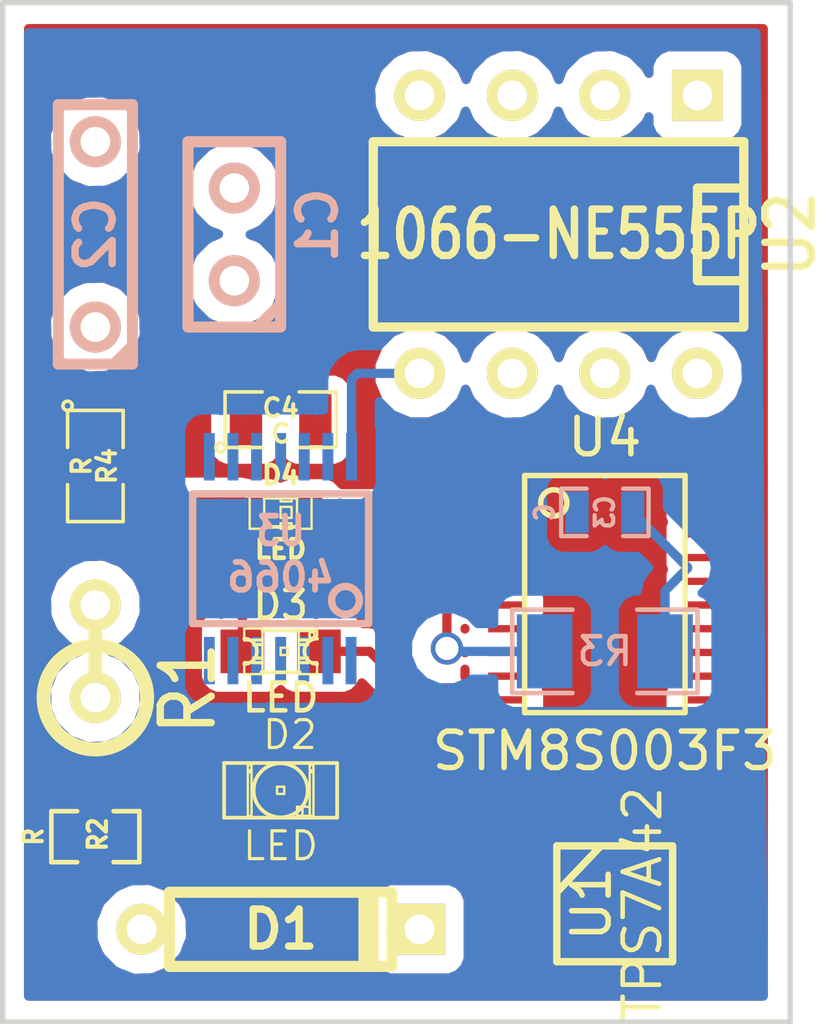
<source format=kicad_pcb>
(kicad_pcb (version 3) (host pcbnew "(2013-07-07 BZR 4022)-stable")

  (general
    (links 7)
    (no_connects 1)
    (area 58.344999 38.024999 81.0006 67.009344)
    (thickness 1.6)
    (drawings 4)
    (tracks 25)
    (zones 0)
    (modules 16)
    (nets 7)
  )

  (page A3)
  (layers
    (15 F.Cu signal)
    (0 B.Cu signal hide)
    (16 B.Adhes user)
    (17 F.Adhes user)
    (18 B.Paste user)
    (19 F.Paste user)
    (20 B.SilkS user)
    (21 F.SilkS user)
    (22 B.Mask user)
    (23 F.Mask user)
    (24 Dwgs.User user)
    (25 Cmts.User user)
    (26 Eco1.User user)
    (27 Eco2.User user)
    (28 Edge.Cuts user)
  )

  (setup
    (last_trace_width 0.254)
    (trace_clearance 0.254)
    (zone_clearance 0.508)
    (zone_45_only no)
    (trace_min 0.254)
    (segment_width 0.2)
    (edge_width 0.15)
    (via_size 0.889)
    (via_drill 0.635)
    (via_min_size 0.889)
    (via_min_drill 0.508)
    (uvia_size 0.508)
    (uvia_drill 0.127)
    (uvias_allowed no)
    (uvia_min_size 0.508)
    (uvia_min_drill 0.127)
    (pcb_text_width 0.3)
    (pcb_text_size 1 1)
    (mod_edge_width 0.15)
    (mod_text_size 1 1)
    (mod_text_width 0.15)
    (pad_size 1.98 1.88)
    (pad_drill 0)
    (pad_to_mask_clearance 0)
    (aux_axis_origin 0 0)
    (visible_elements 7FFFFFFF)
    (pcbplotparams
      (layerselection 3178497)
      (usegerberextensions true)
      (excludeedgelayer true)
      (linewidth 0.150000)
      (plotframeref false)
      (viasonmask false)
      (mode 1)
      (useauxorigin false)
      (hpglpennumber 1)
      (hpglpenspeed 20)
      (hpglpendiameter 15)
      (hpglpenoverlay 2)
      (psnegative false)
      (psa4output false)
      (plotreference true)
      (plotvalue true)
      (plotothertext true)
      (plotinvisibletext false)
      (padsonsilk false)
      (subtractmaskfromsilk false)
      (outputformat 1)
      (mirror false)
      (drillshape 1)
      (scaleselection 1)
      (outputdirectory ""))
  )

  (net 0 "")
  (net 1 N-0000010)
  (net 2 N-0000011)
  (net 3 N-0000018)
  (net 4 N-0000019)
  (net 5 N-0000020)
  (net 6 N-000008)

  (net_class Default "This is the default net class."
    (clearance 0.254)
    (trace_width 0.254)
    (via_dia 0.889)
    (via_drill 0.635)
    (uvia_dia 0.508)
    (uvia_drill 0.127)
    (add_net "")
    (add_net N-0000010)
    (add_net N-0000011)
    (add_net N-0000018)
    (add_net N-0000019)
    (add_net N-0000020)
    (add_net N-000008)
  )

  (module tssop20 (layer F.Cu) (tedit 52E69532) (tstamp 52E77343)
    (at 74.93 54.61)
    (path /52E6892D)
    (fp_text reference U4 (at 0 -4.6) (layer F.SilkS)
      (effects (font (size 1 1) (thickness 0.15)))
    )
    (fp_text value STM8S003F3 (at 0 4) (layer F.SilkS)
      (effects (font (size 1 1) (thickness 0.15)))
    )
    (fp_circle (center -1.4 -2.8) (end -1.1 -2.6) (layer F.SilkS) (width 0.15))
    (fp_line (start -2.2 -3.55) (end 2.2 -3.55) (layer F.SilkS) (width 0.15))
    (fp_line (start 2.2 -3.55) (end 2.2 2.95) (layer F.SilkS) (width 0.15))
    (fp_line (start 2.2 2.95) (end -2.2 2.95) (layer F.SilkS) (width 0.15))
    (fp_line (start -2.2 2.95) (end -2.2 -3.55) (layer F.SilkS) (width 0.15))
    (pad 1 smd rect (at -2.7 -3.25) (size 1 0.2)
      (layers F.Cu F.Paste F.Mask)
    )
    (pad 2 smd rect (at -2.7 -2.6) (size 1 0.2)
      (layers F.Cu F.Paste F.Mask)
    )
    (pad 3 smd rect (at -2.7 -1.95) (size 1 0.2)
      (layers F.Cu F.Paste F.Mask)
      (net 3 N-0000018)
    )
    (pad 4 smd rect (at -2.7 -1.3) (size 1 0.2)
      (layers F.Cu F.Paste F.Mask)
    )
    (pad 5 smd rect (at -2.7 -0.65) (size 1 0.2)
      (layers F.Cu F.Paste F.Mask)
    )
    (pad 6 smd rect (at -2.7 0) (size 1 0.2)
      (layers F.Cu F.Paste F.Mask)
    )
    (pad 7 smd rect (at -2.7 0.65) (size 1 0.2)
      (layers F.Cu F.Paste F.Mask)
    )
    (pad 8 smd rect (at -2.7 1.3) (size 1 0.2)
      (layers F.Cu F.Paste F.Mask)
    )
    (pad 9 smd rect (at -2.7 1.95) (size 1 0.2)
      (layers F.Cu F.Paste F.Mask)
    )
    (pad 10 smd rect (at -2.7 2.6) (size 1 0.2)
      (layers F.Cu F.Paste F.Mask)
    )
    (pad 11 smd rect (at 2.7 2.6) (size 1 0.2)
      (layers F.Cu F.Paste F.Mask)
    )
    (pad 12 smd rect (at 2.7 1.95) (size 1 0.2)
      (layers F.Cu F.Paste F.Mask)
    )
    (pad 13 smd rect (at 2.7 1.3) (size 1 0.2)
      (layers F.Cu F.Paste F.Mask)
    )
    (pad 14 smd rect (at 2.7 0.65) (size 1 0.2)
      (layers F.Cu F.Paste F.Mask)
    )
    (pad 15 smd rect (at 2.7 0) (size 1 0.2)
      (layers F.Cu F.Paste F.Mask)
    )
    (pad 16 smd rect (at 2.7 -0.65) (size 1 0.2)
      (layers F.Cu F.Paste F.Mask)
    )
    (pad 17 smd rect (at 2.7 -1.3) (size 1 0.2)
      (layers F.Cu F.Paste F.Mask)
    )
    (pad 18 smd rect (at 2.7 -1.95) (size 1 0.2)
      (layers F.Cu F.Paste F.Mask)
    )
    (pad 19 smd rect (at 2.7 -2.6) (size 1 0.2)
      (layers F.Cu F.Paste F.Mask)
    )
    (pad 20 smd rect (at 2.7 -3.25) (size 1 0.2)
      (layers F.Cu F.Paste F.Mask)
    )
  )

  (module TSSOP14 (layer B.Cu) (tedit 4E43F187) (tstamp 52E77BA4)
    (at 66.04 53.34 180)
    (path /52E67D48)
    (attr smd)
    (fp_text reference U3 (at 0 0.762 180) (layer B.SilkS)
      (effects (font (size 0.762 0.635) (thickness 0.16002)) (justify mirror))
    )
    (fp_text value 4066 (at 0 -0.508 180) (layer B.SilkS)
      (effects (font (size 0.762 0.762) (thickness 0.16002)) (justify mirror))
    )
    (fp_line (start -2.413 1.778) (end 2.413 1.778) (layer B.SilkS) (width 0.2032))
    (fp_line (start 2.413 1.778) (end 2.413 -1.778) (layer B.SilkS) (width 0.2032))
    (fp_line (start 2.413 -1.778) (end -2.413 -1.778) (layer B.SilkS) (width 0.2032))
    (fp_line (start -2.413 -1.778) (end -2.413 1.778) (layer B.SilkS) (width 0.2032))
    (fp_circle (center -1.778 -1.143) (end -2.159 -1.143) (layer B.SilkS) (width 0.2032))
    (pad 1 smd rect (at -1.9304 -2.794 180) (size 0.29972 1.30048)
      (layers B.Cu B.Paste B.Mask)
    )
    (pad 2 smd rect (at -1.2954 -2.794 180) (size 0.29972 1.30048)
      (layers B.Cu B.Paste B.Mask)
    )
    (pad 3 smd rect (at -0.635 -2.794 180) (size 0.29972 1.30048)
      (layers B.Cu B.Paste B.Mask)
    )
    (pad 4 smd rect (at 0 -2.794 180) (size 0.29972 1.30048)
      (layers B.Cu B.Paste B.Mask)
    )
    (pad 5 smd rect (at 0.6604 -2.794 180) (size 0.29972 1.30048)
      (layers B.Cu B.Paste B.Mask)
    )
    (pad 6 smd rect (at 1.3081 -2.794 180) (size 0.29972 1.30048)
      (layers B.Cu B.Paste B.Mask)
    )
    (pad 7 smd rect (at 1.9558 -2.794 180) (size 0.29972 1.30048)
      (layers B.Cu B.Paste B.Mask)
    )
    (pad 8 smd rect (at 1.9558 2.794 180) (size 0.29972 1.30048)
      (layers B.Cu B.Paste B.Mask)
    )
    (pad 9 smd rect (at 1.3081 2.794 180) (size 0.29972 1.30048)
      (layers B.Cu B.Paste B.Mask)
    )
    (pad 10 smd rect (at 0.6604 2.794 180) (size 0.29972 1.30048)
      (layers B.Cu B.Paste B.Mask)
    )
    (pad 11 smd rect (at 0 2.794 180) (size 0.29972 1.30048)
      (layers B.Cu B.Paste B.Mask)
    )
    (pad 12 smd rect (at -0.6477 2.794 180) (size 0.29972 1.30048)
      (layers B.Cu B.Paste B.Mask)
    )
    (pad 13 smd rect (at -1.2954 2.794 180) (size 0.29972 1.30048)
      (layers B.Cu B.Paste B.Mask)
    )
    (pad 14 smd rect (at -1.9431 2.794 180) (size 0.29972 1.30048)
      (layers B.Cu B.Paste B.Mask)
      (net 4 N-0000019)
    )
    (model smd\smd_dil\tssop-14.wrl
      (at (xyz 0 0 0))
      (scale (xyz 1 1 1))
      (rotate (xyz 0 0 0))
    )
  )

  (module SM1206 (layer B.Cu) (tedit 42806E24) (tstamp 52E77366)
    (at 74.93 55.88 180)
    (path /52E68ACA)
    (attr smd)
    (fp_text reference R3 (at 0 0 180) (layer B.SilkS)
      (effects (font (size 0.762 0.762) (thickness 0.127)) (justify mirror))
    )
    (fp_text value R (at 0 0 180) (layer B.SilkS) hide
      (effects (font (size 0.762 0.762) (thickness 0.127)) (justify mirror))
    )
    (fp_line (start -2.54 1.143) (end -2.54 -1.143) (layer B.SilkS) (width 0.127))
    (fp_line (start -2.54 -1.143) (end -0.889 -1.143) (layer B.SilkS) (width 0.127))
    (fp_line (start 0.889 1.143) (end 2.54 1.143) (layer B.SilkS) (width 0.127))
    (fp_line (start 2.54 1.143) (end 2.54 -1.143) (layer B.SilkS) (width 0.127))
    (fp_line (start 2.54 -1.143) (end 0.889 -1.143) (layer B.SilkS) (width 0.127))
    (fp_line (start -0.889 1.143) (end -2.54 1.143) (layer B.SilkS) (width 0.127))
    (pad 1 smd rect (at -1.651 0 180) (size 1.524 2.032)
      (layers B.Cu B.Paste B.Mask)
      (net 2 N-0000011)
    )
    (pad 2 smd rect (at 1.651 0 180) (size 1.524 2.032)
      (layers B.Cu B.Paste B.Mask)
      (net 1 N-0000010)
    )
    (model smd/chip_cms.wrl
      (at (xyz 0 0 0))
      (scale (xyz 0.17 0.16 0.16))
      (rotate (xyz 0 0 0))
    )
  )

  (module SM0805 (layer F.Cu) (tedit 5091495C) (tstamp 52E77768)
    (at 60.96 50.8 270)
    (path /52E68AD9)
    (attr smd)
    (fp_text reference R4 (at 0 -0.3175 270) (layer F.SilkS)
      (effects (font (size 0.50038 0.50038) (thickness 0.10922)))
    )
    (fp_text value R (at 0 0.381 270) (layer F.SilkS)
      (effects (font (size 0.50038 0.50038) (thickness 0.10922)))
    )
    (fp_circle (center -1.651 0.762) (end -1.651 0.635) (layer F.SilkS) (width 0.09906))
    (fp_line (start -0.508 0.762) (end -1.524 0.762) (layer F.SilkS) (width 0.09906))
    (fp_line (start -1.524 0.762) (end -1.524 -0.762) (layer F.SilkS) (width 0.09906))
    (fp_line (start -1.524 -0.762) (end -0.508 -0.762) (layer F.SilkS) (width 0.09906))
    (fp_line (start 0.508 -0.762) (end 1.524 -0.762) (layer F.SilkS) (width 0.09906))
    (fp_line (start 1.524 -0.762) (end 1.524 0.762) (layer F.SilkS) (width 0.09906))
    (fp_line (start 1.524 0.762) (end 0.508 0.762) (layer F.SilkS) (width 0.09906))
    (pad 1 smd rect (at -0.9525 0 270) (size 0.889 1.397)
      (layers F.Cu F.Paste F.Mask)
    )
    (pad 2 smd rect (at 0.9525 0 270) (size 0.889 1.397)
      (layers F.Cu F.Paste F.Mask)
      (net 6 N-000008)
    )
    (model smd/chip_cms.wrl
      (at (xyz 0 0 0))
      (scale (xyz 0.1 0.1 0.1))
      (rotate (xyz 0 0 0))
    )
  )

  (module SM0805 (layer F.Cu) (tedit 5091495C) (tstamp 52E77380)
    (at 66.04 49.53)
    (path /52E68B33)
    (attr smd)
    (fp_text reference C4 (at 0 -0.3175) (layer F.SilkS)
      (effects (font (size 0.50038 0.50038) (thickness 0.10922)))
    )
    (fp_text value C (at 0 0.381) (layer F.SilkS)
      (effects (font (size 0.50038 0.50038) (thickness 0.10922)))
    )
    (fp_circle (center -1.651 0.762) (end -1.651 0.635) (layer F.SilkS) (width 0.09906))
    (fp_line (start -0.508 0.762) (end -1.524 0.762) (layer F.SilkS) (width 0.09906))
    (fp_line (start -1.524 0.762) (end -1.524 -0.762) (layer F.SilkS) (width 0.09906))
    (fp_line (start -1.524 -0.762) (end -0.508 -0.762) (layer F.SilkS) (width 0.09906))
    (fp_line (start 0.508 -0.762) (end 1.524 -0.762) (layer F.SilkS) (width 0.09906))
    (fp_line (start 1.524 -0.762) (end 1.524 0.762) (layer F.SilkS) (width 0.09906))
    (fp_line (start 1.524 0.762) (end 0.508 0.762) (layer F.SilkS) (width 0.09906))
    (pad 1 smd rect (at -0.9525 0) (size 0.889 1.397)
      (layers F.Cu F.Paste F.Mask)
    )
    (pad 2 smd rect (at 0.9525 0) (size 0.889 1.397)
      (layers F.Cu F.Paste F.Mask)
    )
    (model smd/chip_cms.wrl
      (at (xyz 0 0 0))
      (scale (xyz 0.1 0.1 0.1))
      (rotate (xyz 0 0 0))
    )
  )

  (module SM0603_Resistor (layer F.Cu) (tedit 52E6C062) (tstamp 52E77C26)
    (at 60.96 60.96)
    (path /52E68ABB)
    (attr smd)
    (fp_text reference R2 (at 0.0635 -0.0635 90) (layer F.SilkS)
      (effects (font (size 0.50038 0.4572) (thickness 0.1143)))
    )
    (fp_text value R (at -1.69926 0 90) (layer F.SilkS)
      (effects (font (size 0.508 0.4572) (thickness 0.1143)))
    )
    (fp_line (start -0.50038 -0.6985) (end -1.2065 -0.6985) (layer F.SilkS) (width 0.127))
    (fp_line (start -1.2065 -0.6985) (end -1.2065 0.6985) (layer F.SilkS) (width 0.127))
    (fp_line (start -1.2065 0.6985) (end -0.50038 0.6985) (layer F.SilkS) (width 0.127))
    (fp_line (start 1.2065 -0.6985) (end 0.50038 -0.6985) (layer F.SilkS) (width 0.127))
    (fp_line (start 1.2065 -0.6985) (end 1.2065 0.6985) (layer F.SilkS) (width 0.127))
    (fp_line (start 1.2065 0.6985) (end 0.50038 0.6985) (layer F.SilkS) (width 0.127))
    (pad 1 smd rect (at -0.762 0) (size 0.635 1.143)
      (layers F.Cu F.Paste F.Mask)
    )
    (pad 2 smd rect (at 0.762 0) (size 0.635 1.143)
      (layers F.Cu F.Paste F.Mask)
    )
    (model smd\resistors\R0603.wrl
      (at (xyz 0 0 0.001))
      (scale (xyz 0.5 0.5 0.5))
      (rotate (xyz 0 0 0))
    )
  )

  (module SM0603_Capa (layer B.Cu) (tedit 5051B1EC) (tstamp 52E77655)
    (at 74.93 52.07)
    (path /52E68B24)
    (attr smd)
    (fp_text reference C3 (at 0 0 270) (layer B.SilkS)
      (effects (font (size 0.508 0.4572) (thickness 0.1143)) (justify mirror))
    )
    (fp_text value C (at -1.651 0 270) (layer B.SilkS)
      (effects (font (size 0.508 0.4572) (thickness 0.1143)) (justify mirror))
    )
    (fp_line (start 0.50038 -0.65024) (end 1.19888 -0.65024) (layer B.SilkS) (width 0.11938))
    (fp_line (start -0.50038 -0.65024) (end -1.19888 -0.65024) (layer B.SilkS) (width 0.11938))
    (fp_line (start 0.50038 0.65024) (end 1.19888 0.65024) (layer B.SilkS) (width 0.11938))
    (fp_line (start -1.19888 0.65024) (end -0.50038 0.65024) (layer B.SilkS) (width 0.11938))
    (fp_line (start 1.19888 0.635) (end 1.19888 -0.635) (layer B.SilkS) (width 0.11938))
    (fp_line (start -1.19888 -0.635) (end -1.19888 0.635) (layer B.SilkS) (width 0.11938))
    (pad 1 smd rect (at -0.762 0) (size 0.635 1.143)
      (layers B.Cu B.Paste B.Mask)
    )
    (pad 2 smd rect (at 0.762 0) (size 0.635 1.143)
      (layers B.Cu B.Paste B.Mask)
      (net 2 N-0000011)
    )
    (model smd\capacitors\C0603.wrl
      (at (xyz 0 0 0.001))
      (scale (xyz 0.5 0.5 0.5))
      (rotate (xyz 0 0 0))
    )
  )

  (module R1 (layer F.Cu) (tedit 200000) (tstamp 52E773A0)
    (at 60.96 55.88 90)
    (descr "Resistance verticale")
    (tags R)
    (path /52E68AAC)
    (autoplace_cost90 10)
    (autoplace_cost180 10)
    (fp_text reference R1 (at -1.016 2.54 90) (layer F.SilkS)
      (effects (font (size 1.397 1.27) (thickness 0.2032)))
    )
    (fp_text value R (at -1.143 2.54 90) (layer F.SilkS) hide
      (effects (font (size 1.397 1.27) (thickness 0.2032)))
    )
    (fp_line (start -1.27 0) (end 1.27 0) (layer F.SilkS) (width 0.381))
    (fp_circle (center -1.27 0) (end -0.635 1.27) (layer F.SilkS) (width 0.381))
    (pad 1 thru_hole circle (at -1.27 0 90) (size 1.397 1.397) (drill 0.8128)
      (layers *.Cu *.Mask F.SilkS)
    )
    (pad 2 thru_hole circle (at 1.27 0 90) (size 1.397 1.397) (drill 0.8128)
      (layers *.Cu *.Mask F.SilkS)
    )
    (model discret/verti_resistor.wrl
      (at (xyz 0 0 0))
      (scale (xyz 1 1 1))
      (rotate (xyz 0 0 0))
    )
  )

  (module LED-1206 (layer F.Cu) (tedit 49BFA1FF) (tstamp 52E773CA)
    (at 66.04 59.69)
    (descr "LED 1206 smd package")
    (tags "LED1206 SMD")
    (path /52E68BC2)
    (attr smd)
    (fp_text reference D2 (at 0.254 -1.524) (layer F.SilkS)
      (effects (font (size 0.762 0.762) (thickness 0.0889)))
    )
    (fp_text value LED (at 0 1.524) (layer F.SilkS)
      (effects (font (size 0.762 0.762) (thickness 0.0889)))
    )
    (fp_line (start -0.09906 0.09906) (end 0.09906 0.09906) (layer F.SilkS) (width 0.06604))
    (fp_line (start 0.09906 0.09906) (end 0.09906 -0.09906) (layer F.SilkS) (width 0.06604))
    (fp_line (start -0.09906 -0.09906) (end 0.09906 -0.09906) (layer F.SilkS) (width 0.06604))
    (fp_line (start -0.09906 0.09906) (end -0.09906 -0.09906) (layer F.SilkS) (width 0.06604))
    (fp_line (start 0.44958 0.6985) (end 0.79756 0.6985) (layer F.SilkS) (width 0.06604))
    (fp_line (start 0.79756 0.6985) (end 0.79756 0.44958) (layer F.SilkS) (width 0.06604))
    (fp_line (start 0.44958 0.44958) (end 0.79756 0.44958) (layer F.SilkS) (width 0.06604))
    (fp_line (start 0.44958 0.6985) (end 0.44958 0.44958) (layer F.SilkS) (width 0.06604))
    (fp_line (start 0.79756 0.6985) (end 0.89916 0.6985) (layer F.SilkS) (width 0.06604))
    (fp_line (start 0.89916 0.6985) (end 0.89916 -0.49784) (layer F.SilkS) (width 0.06604))
    (fp_line (start 0.79756 -0.49784) (end 0.89916 -0.49784) (layer F.SilkS) (width 0.06604))
    (fp_line (start 0.79756 0.6985) (end 0.79756 -0.49784) (layer F.SilkS) (width 0.06604))
    (fp_line (start 0.79756 -0.54864) (end 0.89916 -0.54864) (layer F.SilkS) (width 0.06604))
    (fp_line (start 0.89916 -0.54864) (end 0.89916 -0.6985) (layer F.SilkS) (width 0.06604))
    (fp_line (start 0.79756 -0.6985) (end 0.89916 -0.6985) (layer F.SilkS) (width 0.06604))
    (fp_line (start 0.79756 -0.54864) (end 0.79756 -0.6985) (layer F.SilkS) (width 0.06604))
    (fp_line (start -0.89916 0.6985) (end -0.79756 0.6985) (layer F.SilkS) (width 0.06604))
    (fp_line (start -0.79756 0.6985) (end -0.79756 -0.49784) (layer F.SilkS) (width 0.06604))
    (fp_line (start -0.89916 -0.49784) (end -0.79756 -0.49784) (layer F.SilkS) (width 0.06604))
    (fp_line (start -0.89916 0.6985) (end -0.89916 -0.49784) (layer F.SilkS) (width 0.06604))
    (fp_line (start -0.89916 -0.54864) (end -0.79756 -0.54864) (layer F.SilkS) (width 0.06604))
    (fp_line (start -0.79756 -0.54864) (end -0.79756 -0.6985) (layer F.SilkS) (width 0.06604))
    (fp_line (start -0.89916 -0.6985) (end -0.79756 -0.6985) (layer F.SilkS) (width 0.06604))
    (fp_line (start -0.89916 -0.54864) (end -0.89916 -0.6985) (layer F.SilkS) (width 0.06604))
    (fp_line (start 0.44958 0.6985) (end 0.59944 0.6985) (layer F.SilkS) (width 0.06604))
    (fp_line (start 0.59944 0.6985) (end 0.59944 0.44958) (layer F.SilkS) (width 0.06604))
    (fp_line (start 0.44958 0.44958) (end 0.59944 0.44958) (layer F.SilkS) (width 0.06604))
    (fp_line (start 0.44958 0.6985) (end 0.44958 0.44958) (layer F.SilkS) (width 0.06604))
    (fp_line (start 1.5494 0.7493) (end -1.5494 0.7493) (layer F.SilkS) (width 0.1016))
    (fp_line (start -1.5494 0.7493) (end -1.5494 -0.7493) (layer F.SilkS) (width 0.1016))
    (fp_line (start -1.5494 -0.7493) (end 1.5494 -0.7493) (layer F.SilkS) (width 0.1016))
    (fp_line (start 1.5494 -0.7493) (end 1.5494 0.7493) (layer F.SilkS) (width 0.1016))
    (fp_arc (start 0 0) (end 0.54864 0.49784) (angle 95.4) (layer F.SilkS) (width 0.1016))
    (fp_arc (start 0 0) (end -0.54864 0.49784) (angle 84.5) (layer F.SilkS) (width 0.1016))
    (fp_arc (start 0 0) (end -0.54864 -0.49784) (angle 95.4) (layer F.SilkS) (width 0.1016))
    (fp_arc (start 0 0) (end 0.54864 -0.49784) (angle 84.5) (layer F.SilkS) (width 0.1016))
    (pad 1 smd rect (at -1.41986 0) (size 1.59766 1.80086)
      (layers F.Cu F.Paste F.Mask)
    )
    (pad 2 smd rect (at 1.41986 0) (size 1.59766 1.80086)
      (layers F.Cu F.Paste F.Mask)
    )
  )

  (module LED-0805 (layer F.Cu) (tedit 49DC4C0B) (tstamp 52E77405)
    (at 66.04 55.88)
    (descr "LED 0805 smd package")
    (tags "LED 0805 SMD")
    (path /52E68BC8)
    (attr smd)
    (fp_text reference D3 (at 0 -1.27) (layer F.SilkS)
      (effects (font (size 0.762 0.762) (thickness 0.127)))
    )
    (fp_text value LED (at 0 1.27) (layer F.SilkS)
      (effects (font (size 0.762 0.762) (thickness 0.127)))
    )
    (fp_line (start 0.49784 0.29972) (end 0.49784 0.62484) (layer F.SilkS) (width 0.06604))
    (fp_line (start 0.49784 0.62484) (end 0.99822 0.62484) (layer F.SilkS) (width 0.06604))
    (fp_line (start 0.99822 0.29972) (end 0.99822 0.62484) (layer F.SilkS) (width 0.06604))
    (fp_line (start 0.49784 0.29972) (end 0.99822 0.29972) (layer F.SilkS) (width 0.06604))
    (fp_line (start 0.49784 -0.32258) (end 0.49784 -0.17272) (layer F.SilkS) (width 0.06604))
    (fp_line (start 0.49784 -0.17272) (end 0.7493 -0.17272) (layer F.SilkS) (width 0.06604))
    (fp_line (start 0.7493 -0.32258) (end 0.7493 -0.17272) (layer F.SilkS) (width 0.06604))
    (fp_line (start 0.49784 -0.32258) (end 0.7493 -0.32258) (layer F.SilkS) (width 0.06604))
    (fp_line (start 0.49784 0.17272) (end 0.49784 0.32258) (layer F.SilkS) (width 0.06604))
    (fp_line (start 0.49784 0.32258) (end 0.7493 0.32258) (layer F.SilkS) (width 0.06604))
    (fp_line (start 0.7493 0.17272) (end 0.7493 0.32258) (layer F.SilkS) (width 0.06604))
    (fp_line (start 0.49784 0.17272) (end 0.7493 0.17272) (layer F.SilkS) (width 0.06604))
    (fp_line (start 0.49784 -0.19812) (end 0.49784 0.19812) (layer F.SilkS) (width 0.06604))
    (fp_line (start 0.49784 0.19812) (end 0.6731 0.19812) (layer F.SilkS) (width 0.06604))
    (fp_line (start 0.6731 -0.19812) (end 0.6731 0.19812) (layer F.SilkS) (width 0.06604))
    (fp_line (start 0.49784 -0.19812) (end 0.6731 -0.19812) (layer F.SilkS) (width 0.06604))
    (fp_line (start -0.99822 0.29972) (end -0.99822 0.62484) (layer F.SilkS) (width 0.06604))
    (fp_line (start -0.99822 0.62484) (end -0.49784 0.62484) (layer F.SilkS) (width 0.06604))
    (fp_line (start -0.49784 0.29972) (end -0.49784 0.62484) (layer F.SilkS) (width 0.06604))
    (fp_line (start -0.99822 0.29972) (end -0.49784 0.29972) (layer F.SilkS) (width 0.06604))
    (fp_line (start -0.99822 -0.62484) (end -0.99822 -0.29972) (layer F.SilkS) (width 0.06604))
    (fp_line (start -0.99822 -0.29972) (end -0.49784 -0.29972) (layer F.SilkS) (width 0.06604))
    (fp_line (start -0.49784 -0.62484) (end -0.49784 -0.29972) (layer F.SilkS) (width 0.06604))
    (fp_line (start -0.99822 -0.62484) (end -0.49784 -0.62484) (layer F.SilkS) (width 0.06604))
    (fp_line (start -0.7493 0.17272) (end -0.7493 0.32258) (layer F.SilkS) (width 0.06604))
    (fp_line (start -0.7493 0.32258) (end -0.49784 0.32258) (layer F.SilkS) (width 0.06604))
    (fp_line (start -0.49784 0.17272) (end -0.49784 0.32258) (layer F.SilkS) (width 0.06604))
    (fp_line (start -0.7493 0.17272) (end -0.49784 0.17272) (layer F.SilkS) (width 0.06604))
    (fp_line (start -0.7493 -0.32258) (end -0.7493 -0.17272) (layer F.SilkS) (width 0.06604))
    (fp_line (start -0.7493 -0.17272) (end -0.49784 -0.17272) (layer F.SilkS) (width 0.06604))
    (fp_line (start -0.49784 -0.32258) (end -0.49784 -0.17272) (layer F.SilkS) (width 0.06604))
    (fp_line (start -0.7493 -0.32258) (end -0.49784 -0.32258) (layer F.SilkS) (width 0.06604))
    (fp_line (start -0.6731 -0.19812) (end -0.6731 0.19812) (layer F.SilkS) (width 0.06604))
    (fp_line (start -0.6731 0.19812) (end -0.49784 0.19812) (layer F.SilkS) (width 0.06604))
    (fp_line (start -0.49784 -0.19812) (end -0.49784 0.19812) (layer F.SilkS) (width 0.06604))
    (fp_line (start -0.6731 -0.19812) (end -0.49784 -0.19812) (layer F.SilkS) (width 0.06604))
    (fp_line (start 0 -0.09906) (end 0 0.09906) (layer F.SilkS) (width 0.06604))
    (fp_line (start 0 0.09906) (end 0.19812 0.09906) (layer F.SilkS) (width 0.06604))
    (fp_line (start 0.19812 -0.09906) (end 0.19812 0.09906) (layer F.SilkS) (width 0.06604))
    (fp_line (start 0 -0.09906) (end 0.19812 -0.09906) (layer F.SilkS) (width 0.06604))
    (fp_line (start 0.49784 -0.59944) (end 0.49784 -0.29972) (layer F.SilkS) (width 0.06604))
    (fp_line (start 0.49784 -0.29972) (end 0.79756 -0.29972) (layer F.SilkS) (width 0.06604))
    (fp_line (start 0.79756 -0.59944) (end 0.79756 -0.29972) (layer F.SilkS) (width 0.06604))
    (fp_line (start 0.49784 -0.59944) (end 0.79756 -0.59944) (layer F.SilkS) (width 0.06604))
    (fp_line (start 0.92456 -0.62484) (end 0.92456 -0.39878) (layer F.SilkS) (width 0.06604))
    (fp_line (start 0.92456 -0.39878) (end 0.99822 -0.39878) (layer F.SilkS) (width 0.06604))
    (fp_line (start 0.99822 -0.62484) (end 0.99822 -0.39878) (layer F.SilkS) (width 0.06604))
    (fp_line (start 0.92456 -0.62484) (end 0.99822 -0.62484) (layer F.SilkS) (width 0.06604))
    (fp_line (start 0.52324 0.57404) (end -0.52324 0.57404) (layer F.SilkS) (width 0.1016))
    (fp_line (start -0.49784 -0.57404) (end 0.92456 -0.57404) (layer F.SilkS) (width 0.1016))
    (fp_circle (center 0.84836 -0.44958) (end 0.89916 -0.50038) (layer F.SilkS) (width 0.0508))
    (fp_arc (start 0.99822 0) (end 0.99822 0.34798) (angle 180) (layer F.SilkS) (width 0.1016))
    (fp_arc (start -0.99822 0) (end -0.99822 -0.34798) (angle 180) (layer F.SilkS) (width 0.1016))
    (pad 1 smd rect (at -1.04902 0) (size 1.19888 1.19888)
      (layers F.Cu F.Paste F.Mask)
      (net 1 N-0000010)
    )
    (pad 2 smd rect (at 1.04902 0) (size 1.19888 1.19888)
      (layers F.Cu F.Paste F.Mask)
      (net 5 N-0000020)
    )
  )

  (module LED-0603 (layer F.Cu) (tedit 4E16AFB4) (tstamp 52E77421)
    (at 66.04 52.07)
    (descr "LED 0603 smd package")
    (tags "LED led 0603 SMD smd SMT smt smdled SMDLED smtled SMTLED")
    (path /52E68BCE)
    (attr smd)
    (fp_text reference D4 (at 0 -1.016) (layer F.SilkS)
      (effects (font (size 0.508 0.508) (thickness 0.127)))
    )
    (fp_text value LED (at 0 1.016) (layer F.SilkS)
      (effects (font (size 0.508 0.508) (thickness 0.127)))
    )
    (fp_line (start 0.44958 -0.44958) (end 0.44958 0.44958) (layer F.SilkS) (width 0.06604))
    (fp_line (start 0.44958 0.44958) (end 0.84836 0.44958) (layer F.SilkS) (width 0.06604))
    (fp_line (start 0.84836 -0.44958) (end 0.84836 0.44958) (layer F.SilkS) (width 0.06604))
    (fp_line (start 0.44958 -0.44958) (end 0.84836 -0.44958) (layer F.SilkS) (width 0.06604))
    (fp_line (start -0.84836 -0.44958) (end -0.84836 0.44958) (layer F.SilkS) (width 0.06604))
    (fp_line (start -0.84836 0.44958) (end -0.44958 0.44958) (layer F.SilkS) (width 0.06604))
    (fp_line (start -0.44958 -0.44958) (end -0.44958 0.44958) (layer F.SilkS) (width 0.06604))
    (fp_line (start -0.84836 -0.44958) (end -0.44958 -0.44958) (layer F.SilkS) (width 0.06604))
    (fp_line (start 0 -0.44958) (end 0 -0.29972) (layer F.SilkS) (width 0.06604))
    (fp_line (start 0 -0.29972) (end 0.29972 -0.29972) (layer F.SilkS) (width 0.06604))
    (fp_line (start 0.29972 -0.44958) (end 0.29972 -0.29972) (layer F.SilkS) (width 0.06604))
    (fp_line (start 0 -0.44958) (end 0.29972 -0.44958) (layer F.SilkS) (width 0.06604))
    (fp_line (start 0 0.29972) (end 0 0.44958) (layer F.SilkS) (width 0.06604))
    (fp_line (start 0 0.44958) (end 0.29972 0.44958) (layer F.SilkS) (width 0.06604))
    (fp_line (start 0.29972 0.29972) (end 0.29972 0.44958) (layer F.SilkS) (width 0.06604))
    (fp_line (start 0 0.29972) (end 0.29972 0.29972) (layer F.SilkS) (width 0.06604))
    (fp_line (start 0 -0.14986) (end 0 0.14986) (layer F.SilkS) (width 0.06604))
    (fp_line (start 0 0.14986) (end 0.29972 0.14986) (layer F.SilkS) (width 0.06604))
    (fp_line (start 0.29972 -0.14986) (end 0.29972 0.14986) (layer F.SilkS) (width 0.06604))
    (fp_line (start 0 -0.14986) (end 0.29972 -0.14986) (layer F.SilkS) (width 0.06604))
    (fp_line (start 0.44958 -0.39878) (end -0.44958 -0.39878) (layer F.SilkS) (width 0.1016))
    (fp_line (start 0.44958 0.39878) (end -0.44958 0.39878) (layer F.SilkS) (width 0.1016))
    (pad 1 smd rect (at -0.7493 0) (size 0.79756 0.79756)
      (layers F.Cu F.Paste F.Mask)
      (net 6 N-000008)
    )
    (pad 2 smd rect (at 0.7493 0) (size 0.79756 0.79756)
      (layers F.Cu F.Paste F.Mask)
      (net 3 N-0000018)
    )
  )

  (module DIP-8__300 (layer F.Cu) (tedit 52E6A3FF) (tstamp 52E77434)
    (at 73.66 44.45 180)
    (descr "8 pins DIL package, round pads")
    (tags DIL)
    (path /52E68A06)
    (fp_text reference U2 (at -6.35 0 270) (layer F.SilkS)
      (effects (font (size 1.27 1.143) (thickness 0.2032)))
    )
    (fp_text value 1066-NE555P (at 0 0 180) (layer F.SilkS)
      (effects (font (size 1.27 1.016) (thickness 0.2032)))
    )
    (fp_line (start -5.08 -1.27) (end -3.81 -1.27) (layer F.SilkS) (width 0.254))
    (fp_line (start -3.81 -1.27) (end -3.81 1.27) (layer F.SilkS) (width 0.254))
    (fp_line (start -3.81 1.27) (end -5.08 1.27) (layer F.SilkS) (width 0.254))
    (fp_line (start -5.08 -2.54) (end 5.08 -2.54) (layer F.SilkS) (width 0.254))
    (fp_line (start 5.08 -2.54) (end 5.08 2.54) (layer F.SilkS) (width 0.254))
    (fp_line (start 5.08 2.54) (end -5.08 2.54) (layer F.SilkS) (width 0.254))
    (fp_line (start -5.08 2.54) (end -5.08 -2.54) (layer F.SilkS) (width 0.254))
    (pad 1 thru_hole rect (at -3.81 3.81 180) (size 1.397 1.397) (drill 0.8128)
      (layers *.Cu *.Mask F.SilkS)
    )
    (pad 2 thru_hole circle (at -1.27 3.81 180) (size 1.397 1.397) (drill 0.8128)
      (layers *.Cu *.Mask F.SilkS)
    )
    (pad 3 thru_hole circle (at 1.27 3.81 180) (size 1.397 1.397) (drill 0.8128)
      (layers *.Cu *.Mask F.SilkS)
    )
    (pad 4 thru_hole circle (at 3.81 3.81 180) (size 1.397 1.397) (drill 0.8128)
      (layers *.Cu *.Mask F.SilkS)
    )
    (pad 5 thru_hole circle (at 3.81 -3.81 180) (size 1.397 1.397) (drill 0.8128)
      (layers *.Cu *.Mask F.SilkS)
      (net 4 N-0000019)
    )
    (pad 6 thru_hole circle (at 1.27 -3.81 180) (size 1.397 1.397) (drill 0.8128)
      (layers *.Cu *.Mask F.SilkS)
    )
    (pad 7 thru_hole circle (at -1.27 -3.81 180) (size 1.397 1.397) (drill 0.8128)
      (layers *.Cu *.Mask F.SilkS)
    )
    (pad 8 thru_hole circle (at -3.81 -3.81 180) (size 1.397 1.397) (drill 0.8128)
      (layers *.Cu *.Mask F.SilkS)
    )
    (model dil/dil_8.wrl
      (at (xyz 0 0 0))
      (scale (xyz 1 1 1))
      (rotate (xyz 0 0 0))
    )
  )

  (module D3 (layer F.Cu) (tedit 200000) (tstamp 52E77ADA)
    (at 66.04 63.5)
    (descr "Diode 3 pas")
    (tags "DIODE DEV")
    (path /52E68B42)
    (fp_text reference D1 (at 0 0) (layer F.SilkS)
      (effects (font (size 1.016 1.016) (thickness 0.2032)))
    )
    (fp_text value LED (at 0 0) (layer F.SilkS) hide
      (effects (font (size 1.016 1.016) (thickness 0.2032)))
    )
    (fp_line (start 3.81 0) (end 3.048 0) (layer F.SilkS) (width 0.3048))
    (fp_line (start 3.048 0) (end 3.048 -1.016) (layer F.SilkS) (width 0.3048))
    (fp_line (start 3.048 -1.016) (end -3.048 -1.016) (layer F.SilkS) (width 0.3048))
    (fp_line (start -3.048 -1.016) (end -3.048 0) (layer F.SilkS) (width 0.3048))
    (fp_line (start -3.048 0) (end -3.81 0) (layer F.SilkS) (width 0.3048))
    (fp_line (start -3.048 0) (end -3.048 1.016) (layer F.SilkS) (width 0.3048))
    (fp_line (start -3.048 1.016) (end 3.048 1.016) (layer F.SilkS) (width 0.3048))
    (fp_line (start 3.048 1.016) (end 3.048 0) (layer F.SilkS) (width 0.3048))
    (fp_line (start 2.54 -1.016) (end 2.54 1.016) (layer F.SilkS) (width 0.3048))
    (fp_line (start 2.286 1.016) (end 2.286 -1.016) (layer F.SilkS) (width 0.3048))
    (pad 2 thru_hole rect (at 3.81 0) (size 1.397 1.397) (drill 0.8128)
      (layers *.Cu *.Mask F.SilkS)
    )
    (pad 1 thru_hole circle (at -3.81 0) (size 1.397 1.397) (drill 0.8128)
      (layers *.Cu *.Mask F.SilkS)
    )
    (model discret/diode.wrl
      (at (xyz 0 0 0))
      (scale (xyz 0.3 0.3 0.3))
      (rotate (xyz 0 0 0))
    )
  )

  (module C2 (layer B.Cu) (tedit 200000) (tstamp 52E77C83)
    (at 60.96 44.45 90)
    (descr "Condensateur = 2 pas")
    (tags C)
    (path /52E68B15)
    (fp_text reference C2 (at 0 0 90) (layer B.SilkS)
      (effects (font (size 1.016 1.016) (thickness 0.2032)) (justify mirror))
    )
    (fp_text value C (at 0 0 90) (layer B.SilkS) hide
      (effects (font (size 1.016 1.016) (thickness 0.2032)) (justify mirror))
    )
    (fp_line (start -3.556 1.016) (end 3.556 1.016) (layer B.SilkS) (width 0.3048))
    (fp_line (start 3.556 1.016) (end 3.556 -1.016) (layer B.SilkS) (width 0.3048))
    (fp_line (start 3.556 -1.016) (end -3.556 -1.016) (layer B.SilkS) (width 0.3048))
    (fp_line (start -3.556 -1.016) (end -3.556 1.016) (layer B.SilkS) (width 0.3048))
    (fp_line (start -3.556 0.508) (end -3.048 1.016) (layer B.SilkS) (width 0.3048))
    (pad 1 thru_hole circle (at -2.54 0 90) (size 1.397 1.397) (drill 0.8128)
      (layers *.Cu *.Mask B.SilkS)
    )
    (pad 2 thru_hole circle (at 2.54 0 90) (size 1.397 1.397) (drill 0.8128)
      (layers *.Cu *.Mask B.SilkS)
    )
    (model discret/capa_2pas_5x5mm.wrl
      (at (xyz 0 0 0))
      (scale (xyz 1 1 1))
      (rotate (xyz 0 0 0))
    )
  )

  (module C1 (layer B.Cu) (tedit 3F92C496) (tstamp 52E7745A)
    (at 64.77 44.45 90)
    (descr "Condensateur e = 1 pas")
    (tags C)
    (path /52E68B06)
    (fp_text reference C1 (at 0.254 2.286 90) (layer B.SilkS)
      (effects (font (size 1.016 1.016) (thickness 0.2032)) (justify mirror))
    )
    (fp_text value C (at 0 2.286 90) (layer B.SilkS) hide
      (effects (font (size 1.016 1.016) (thickness 0.2032)) (justify mirror))
    )
    (fp_line (start -2.4892 1.27) (end 2.54 1.27) (layer B.SilkS) (width 0.3048))
    (fp_line (start 2.54 1.27) (end 2.54 -1.27) (layer B.SilkS) (width 0.3048))
    (fp_line (start 2.54 -1.27) (end -2.54 -1.27) (layer B.SilkS) (width 0.3048))
    (fp_line (start -2.54 -1.27) (end -2.54 1.27) (layer B.SilkS) (width 0.3048))
    (fp_line (start -2.54 0.635) (end -1.905 1.27) (layer B.SilkS) (width 0.3048))
    (pad 1 thru_hole circle (at -1.27 0 90) (size 1.397 1.397) (drill 0.8128)
      (layers *.Cu *.Mask B.SilkS)
    )
    (pad 2 thru_hole circle (at 1.27 0 90) (size 1.397 1.397) (drill 0.8128)
      (layers *.Cu *.Mask B.SilkS)
    )
    (model discret/capa_1_pas.wrl
      (at (xyz 0 0 0))
      (scale (xyz 1 1 1))
      (rotate (xyz 0 0 0))
    )
  )

  (module MSOP_8_PowerPad (layer F.Cu) (tedit 52E69CCF) (tstamp 52E77A26)
    (at 75.2 62.8 270)
    (path /52E684EA)
    (fp_text reference U1 (at 0 0.635 270) (layer F.SilkS)
      (effects (font (size 1.00076 1.00076) (thickness 0.1524)))
    )
    (fp_text value TPS7A42 (at 0 -0.762 270) (layer F.SilkS)
      (effects (font (size 1.00076 1.00076) (thickness 0.127)))
    )
    (fp_line (start -0.3175 1.5875) (end -1.5875 0.381) (layer F.SilkS) (width 0.2032))
    (fp_line (start -1.5875 1.5875) (end 1.5875 1.5875) (layer F.SilkS) (width 0.2032))
    (fp_line (start 1.5875 1.5875) (end 1.5875 -1.5875) (layer F.SilkS) (width 0.2032))
    (fp_line (start 1.5875 -1.5875) (end -1.5875 -1.5875) (layer F.SilkS) (width 0.2032))
    (fp_line (start -1.5875 -1.5875) (end -1.5875 1.5875) (layer F.SilkS) (width 0.2032))
    (pad 1 smd rect (at -0.97536 2.159 270) (size 0.381 1.27)
      (layers F.Cu F.Paste F.Mask)
      (net 5 N-0000020)
    )
    (pad 2 smd rect (at -0.32512 2.159 270) (size 0.381 1.27)
      (layers F.Cu F.Paste F.Mask)
    )
    (pad 3 smd rect (at 0.32512 2.159 270) (size 0.381 1.27)
      (layers F.Cu F.Paste F.Mask)
    )
    (pad 4 smd rect (at 0.97536 2.159 270) (size 0.381 1.27)
      (layers F.Cu F.Paste F.Mask)
    )
    (pad 5 smd rect (at 0.97536 -2.159 270) (size 0.381 1.27)
      (layers F.Cu F.Paste F.Mask)
    )
    (pad 6 smd rect (at 0.32512 -2.159 270) (size 0.381 1.27)
      (layers F.Cu F.Paste F.Mask)
    )
    (pad 7 smd rect (at -0.32512 -2.159 270) (size 0.381 1.27)
      (layers F.Cu F.Paste F.Mask)
    )
    (pad 8 smd rect (at -0.97536 -2.159 270) (size 0.381 1.27)
      (layers F.Cu F.Paste F.Mask)
    )
    (pad 1 smd rect (at 0 0 270) (size 1.98 1.88)
      (layers F.Cu F.Paste F.Mask)
      (net 5 N-0000020)
    )
    (model smd/MSOP_8.wrl
      (at (xyz 0 0 0.001))
      (scale (xyz 0.3937 0.3937 0.3937))
      (rotate (xyz 0 0 0))
    )
  )

  (gr_line (start 58.42 66.04) (end 80.01 66.04) (angle 90) (layer Edge.Cuts) (width 0.15))
  (gr_line (start 58.42 38.1) (end 58.42 66.04) (angle 90) (layer Edge.Cuts) (width 0.15))
  (gr_line (start 80.01 38.1) (end 58.42 38.1) (angle 90) (layer Edge.Cuts) (width 0.15))
  (gr_line (start 80.01 66.04) (end 80.01 38.1) (angle 90) (layer Edge.Cuts) (width 0.15))

  (segment (start 64.99098 55.88) (end 64.99098 54.20902) (width 0.254) (layer F.Cu) (net 1))
  (segment (start 70.68 55.88) (end 70.6 55.8) (width 0.254) (layer B.Cu) (net 1) (tstamp 52E77CC8))
  (via (at 70.6 55.8) (size 0.889) (layers F.Cu B.Cu) (net 1))
  (segment (start 70.68 55.88) (end 73.279 55.88) (width 0.254) (layer B.Cu) (net 1))
  (segment (start 70.6 54.2) (end 70.6 55.8) (width 0.254) (layer F.Cu) (net 1) (tstamp 52E77CD7))
  (segment (start 65 54.2) (end 70.6 54.2) (width 0.254) (layer F.Cu) (net 1) (tstamp 52E77CD6))
  (segment (start 64.99098 54.20902) (end 65 54.2) (width 0.254) (layer F.Cu) (net 1) (tstamp 52E77CD5))
  (segment (start 76.581 55.88) (end 76.581 54.219) (width 0.254) (layer B.Cu) (net 2))
  (segment (start 77.2 53.578) (end 75.692 52.07) (width 0.254) (layer B.Cu) (net 2) (tstamp 52E77CBD))
  (segment (start 77.2 53.6) (end 77.2 53.578) (width 0.254) (layer B.Cu) (net 2) (tstamp 52E77CBC))
  (segment (start 76.581 54.219) (end 77.2 53.6) (width 0.254) (layer B.Cu) (net 2) (tstamp 52E77CBB))
  (segment (start 66.7893 52.07) (end 68.67 52.07) (width 0.254) (layer F.Cu) (net 3))
  (segment (start 72.17 52.6) (end 72.23 52.66) (width 0.254) (layer F.Cu) (net 3) (tstamp 52E77CB8))
  (segment (start 69.2 52.6) (end 72.17 52.6) (width 0.254) (layer F.Cu) (net 3) (tstamp 52E77CB7))
  (segment (start 68.67 52.07) (end 69.2 52.6) (width 0.254) (layer F.Cu) (net 3) (tstamp 52E77CB6))
  (segment (start 67.9831 50.546) (end 67.9831 48.4169) (width 0.254) (layer B.Cu) (net 4))
  (segment (start 68.14 48.26) (end 69.85 48.26) (width 0.254) (layer B.Cu) (net 4) (tstamp 52E77CD3))
  (segment (start 67.9831 48.4169) (end 68.14 48.26) (width 0.254) (layer B.Cu) (net 4) (tstamp 52E77CD2))
  (segment (start 67.08902 55.88) (end 68.48 55.88) (width 0.254) (layer F.Cu) (net 5) (status 400000))
  (segment (start 71.42464 61.82464) (end 73.041 61.82464) (width 0.254) (layer F.Cu) (net 5) (tstamp 52E77CF0) (status 800000))
  (segment (start 70.6 61) (end 71.42464 61.82464) (width 0.254) (layer F.Cu) (net 5) (tstamp 52E77CEF))
  (segment (start 70.6 58) (end 70.6 61) (width 0.254) (layer F.Cu) (net 5) (tstamp 52E77CED))
  (segment (start 68.48 55.88) (end 70.6 58) (width 0.254) (layer F.Cu) (net 5) (tstamp 52E77CEC))
  (segment (start 60.96 51.7525) (end 64.9732 51.7525) (width 0.254) (layer F.Cu) (net 6))
  (segment (start 64.9732 51.7525) (end 65.2907 52.07) (width 0.254) (layer F.Cu) (net 6) (tstamp 52E77CB4))

  (zone (net 0) (net_name "") (layer B.Cu) (tstamp 52E77CF5) (hatch edge 0.508)
    (connect_pads (clearance 0.508))
    (min_thickness 0.254)
    (fill (arc_segments 16) (thermal_gap 0.508) (thermal_bridge_width 0.508))
    (polygon
      (pts
        (xy 79.4 65.8) (xy 59 65.6) (xy 59 38.8) (xy 79.2 38.8)
      )
    )
    (filled_polygon
      (pts
        (xy 79.269514 65.33) (xy 78.815924 65.33) (xy 78.815924 48.45252) (xy 78.80353 48.224393) (xy 78.80373 47.995914)
        (xy 78.80361 47.995623) (xy 78.80361 41.212745) (xy 78.80361 40.067255) (xy 78.80361 39.815745) (xy 78.803389 39.815211)
        (xy 78.803389 39.814636) (xy 78.755233 39.698665) (xy 78.707141 39.582271) (xy 78.706733 39.581862) (xy 78.706513 39.581332)
        (xy 78.617513 39.492486) (xy 78.528668 39.403487) (xy 78.528137 39.403266) (xy 78.527729 39.402859) (xy 78.411334 39.354766)
        (xy 78.295364 39.306611) (xy 78.294788 39.30661) (xy 78.294255 39.30639) (xy 78.090354 39.306431) (xy 78.042745 39.30639)
        (xy 76.645745 39.30639) (xy 76.412271 39.402859) (xy 76.233487 39.581332) (xy 76.136611 39.814636) (xy 76.136417 40.03548)
        (xy 76.099798 39.947072) (xy 76.084928 39.943181) (xy 76.061145 39.88562) (xy 75.686353 39.510174) (xy 75.626931 39.485499)
        (xy 75.622928 39.470202) (xy 75.407419 39.39435) (xy 75.196413 39.306733) (xy 75.158386 39.306699) (xy 75.12252 39.294076)
        (xy 74.894393 39.306469) (xy 74.665914 39.30627) (xy 74.630769 39.320791) (xy 74.592802 39.322854) (xy 74.237072 39.470202)
        (xy 74.233181 39.485071) (xy 74.17562 39.508855) (xy 73.800174 39.883647) (xy 73.775499 39.943068) (xy 73.760202 39.947072)
        (xy 73.68435 40.16258) (xy 73.666685 40.205122) (xy 73.559798 39.947072) (xy 73.544928 39.943181) (xy 73.521145 39.88562)
        (xy 73.146353 39.510174) (xy 73.086931 39.485499) (xy 73.082928 39.470202) (xy 72.867419 39.39435) (xy 72.656413 39.306733)
        (xy 72.618386 39.306699) (xy 72.58252 39.294076) (xy 72.354393 39.306469) (xy 72.125914 39.30627) (xy 72.090769 39.320791)
        (xy 72.052802 39.322854) (xy 71.697072 39.470202) (xy 71.693181 39.485071) (xy 71.63562 39.508855) (xy 71.260174 39.883647)
        (xy 71.235499 39.943068) (xy 71.220202 39.947072) (xy 71.14435 40.16258) (xy 71.126685 40.205122) (xy 71.019798 39.947072)
        (xy 71.004928 39.943181) (xy 70.981145 39.88562) (xy 70.606353 39.510174) (xy 70.546931 39.485499) (xy 70.542928 39.470202)
        (xy 70.327419 39.39435) (xy 70.116413 39.306733) (xy 70.078386 39.306699) (xy 70.04252 39.294076) (xy 69.814393 39.306469)
        (xy 69.585914 39.30627) (xy 69.550769 39.320791) (xy 69.512802 39.322854) (xy 69.157072 39.470202) (xy 69.153181 39.485071)
        (xy 69.09562 39.508855) (xy 68.720174 39.883647) (xy 68.695499 39.943068) (xy 68.680202 39.947072) (xy 68.60435 40.16258)
        (xy 68.516733 40.373587) (xy 68.516699 40.411613) (xy 68.504076 40.44748) (xy 68.516469 40.675606) (xy 68.51627 40.904086)
        (xy 68.530791 40.93923) (xy 68.532854 40.977198) (xy 68.680202 41.332928) (xy 68.695071 41.336818) (xy 68.718855 41.39438)
        (xy 69.093647 41.769826) (xy 69.153068 41.7945) (xy 69.157072 41.809798) (xy 69.37258 41.885649) (xy 69.583587 41.973267)
        (xy 69.621613 41.9733) (xy 69.65748 41.985924) (xy 69.885606 41.97353) (xy 70.114086 41.97373) (xy 70.14923 41.959208)
        (xy 70.187198 41.957146) (xy 70.542928 41.809798) (xy 70.546818 41.794928) (xy 70.60438 41.771145) (xy 70.979826 41.396353)
        (xy 71.0045 41.336931) (xy 71.019798 41.332928) (xy 71.095649 41.117419) (xy 71.113314 41.074877) (xy 71.220202 41.332928)
        (xy 71.235071 41.336818) (xy 71.258855 41.39438) (xy 71.633647 41.769826) (xy 71.693068 41.7945) (xy 71.697072 41.809798)
        (xy 71.91258 41.885649) (xy 72.123587 41.973267) (xy 72.161613 41.9733) (xy 72.19748 41.985924) (xy 72.425606 41.97353)
        (xy 72.654086 41.97373) (xy 72.68923 41.959208) (xy 72.727198 41.957146) (xy 73.082928 41.809798) (xy 73.086818 41.794928)
        (xy 73.14438 41.771145) (xy 73.519826 41.396353) (xy 73.5445 41.336931) (xy 73.559798 41.332928) (xy 73.635649 41.117419)
        (xy 73.653314 41.074877) (xy 73.760202 41.332928) (xy 73.775071 41.336818) (xy 73.798855 41.39438) (xy 74.173647 41.769826)
        (xy 74.233068 41.7945) (xy 74.237072 41.809798) (xy 74.45258 41.885649) (xy 74.663587 41.973267) (xy 74.701613 41.9733)
        (xy 74.73748 41.985924) (xy 74.965606 41.97353) (xy 75.194086 41.97373) (xy 75.22923 41.959208) (xy 75.267198 41.957146)
        (xy 75.622928 41.809798) (xy 75.626818 41.794928) (xy 75.68438 41.771145) (xy 76.059826 41.396353) (xy 76.0845 41.336931)
        (xy 76.099798 41.332928) (xy 76.13639 41.228963) (xy 76.13639 41.464255) (xy 76.13661 41.464788) (xy 76.136611 41.465364)
        (xy 76.184766 41.581334) (xy 76.232859 41.697729) (xy 76.233266 41.698137) (xy 76.233487 41.698668) (xy 76.322486 41.787513)
        (xy 76.411332 41.876513) (xy 76.411862 41.876733) (xy 76.412271 41.877141) (xy 76.528665 41.925233) (xy 76.644636 41.973389)
        (xy 76.645211 41.973389) (xy 76.645745 41.97361) (xy 76.849645 41.973568) (xy 76.897255 41.97361) (xy 78.294255 41.97361)
        (xy 78.527729 41.877141) (xy 78.706513 41.698668) (xy 78.803389 41.465364) (xy 78.80361 41.212745) (xy 78.80361 47.995623)
        (xy 78.789208 47.960769) (xy 78.787146 47.922802) (xy 78.639798 47.567072) (xy 78.624928 47.563181) (xy 78.601145 47.50562)
        (xy 78.226353 47.130174) (xy 78.166931 47.105499) (xy 78.162928 47.090202) (xy 77.947419 47.01435) (xy 77.736413 46.926733)
        (xy 77.698386 46.926699) (xy 77.66252 46.914076) (xy 77.434393 46.926469) (xy 77.205914 46.92627) (xy 77.170769 46.940791)
        (xy 77.132802 46.942854) (xy 76.777072 47.090202) (xy 76.773181 47.105071) (xy 76.71562 47.128855) (xy 76.340174 47.503647)
        (xy 76.315499 47.563068) (xy 76.300202 47.567072) (xy 76.22435 47.78258) (xy 76.206685 47.825122) (xy 76.099798 47.567072)
        (xy 76.084928 47.563181) (xy 76.061145 47.50562) (xy 75.686353 47.130174) (xy 75.626931 47.105499) (xy 75.622928 47.090202)
        (xy 75.407419 47.01435) (xy 75.196413 46.926733) (xy 75.158386 46.926699) (xy 75.12252 46.914076) (xy 74.894393 46.926469)
        (xy 74.665914 46.92627) (xy 74.630769 46.940791) (xy 74.592802 46.942854) (xy 74.237072 47.090202) (xy 74.233181 47.105071)
        (xy 74.17562 47.128855) (xy 73.800174 47.503647) (xy 73.775499 47.563068) (xy 73.760202 47.567072) (xy 73.68435 47.78258)
        (xy 73.666685 47.825122) (xy 73.559798 47.567072) (xy 73.544928 47.563181) (xy 73.521145 47.50562) (xy 73.146353 47.130174)
        (xy 73.086931 47.105499) (xy 73.082928 47.090202) (xy 72.867419 47.01435) (xy 72.656413 46.926733) (xy 72.618386 46.926699)
        (xy 72.58252 46.914076) (xy 72.354393 46.926469) (xy 72.125914 46.92627) (xy 72.090769 46.940791) (xy 72.052802 46.942854)
        (xy 71.697072 47.090202) (xy 71.693181 47.105071) (xy 71.63562 47.128855) (xy 71.260174 47.503647) (xy 71.235499 47.563068)
        (xy 71.220202 47.567072) (xy 71.14435 47.78258) (xy 71.119906 47.841448) (xy 70.981145 47.50562) (xy 70.606353 47.130174)
        (xy 70.116413 46.926733) (xy 69.585914 46.92627) (xy 69.09562 47.128855) (xy 68.72583 47.498) (xy 68.14 47.498)
        (xy 67.848395 47.556004) (xy 67.601185 47.721185) (xy 67.444285 47.878085) (xy 67.279104 48.125295) (xy 67.2211 48.4169)
        (xy 67.2211 49.26065) (xy 67.059785 49.26065) (xy 67.011719 49.280509) (xy 66.964424 49.260871) (xy 66.963848 49.26087)
        (xy 66.963315 49.26065) (xy 66.92138 49.26076) (xy 66.921306 49.260833) (xy 66.711805 49.26065) (xy 66.412085 49.26065)
        (xy 66.364019 49.280509) (xy 66.316724 49.260871) (xy 66.316148 49.26087) (xy 66.315615 49.26065) (xy 66.27368 49.26076)
        (xy 66.273606 49.260833) (xy 66.115924 49.260695) (xy 66.115924 45.91252) (xy 66.10353 45.684393) (xy 66.10373 45.455914)
        (xy 66.089208 45.420769) (xy 66.087146 45.382802) (xy 65.939798 45.027072) (xy 65.924928 45.023181) (xy 65.901145 44.96562)
        (xy 65.526353 44.590174) (xy 65.466931 44.565499) (xy 65.462928 44.550202) (xy 65.247419 44.47435) (xy 65.204877 44.456685)
        (xy 65.462928 44.349798) (xy 65.466818 44.334928) (xy 65.52438 44.311145) (xy 65.899826 43.936353) (xy 65.9245 43.876931)
        (xy 65.939798 43.872928) (xy 66.015649 43.657419) (xy 66.103267 43.446413) (xy 66.1033 43.408386) (xy 66.115924 43.37252)
        (xy 66.10353 43.144393) (xy 66.10373 42.915914) (xy 66.089208 42.880769) (xy 66.087146 42.842802) (xy 65.939798 42.487072)
        (xy 65.924928 42.483181) (xy 65.901145 42.42562) (xy 65.526353 42.050174) (xy 65.466931 42.025499) (xy 65.462928 42.010202)
        (xy 65.247419 41.93435) (xy 65.036413 41.846733) (xy 64.998386 41.846699) (xy 64.96252 41.834076) (xy 64.734393 41.846469)
        (xy 64.505914 41.84627) (xy 64.470769 41.860791) (xy 64.432802 41.862854) (xy 64.077072 42.010202) (xy 64.073181 42.025071)
        (xy 64.01562 42.048855) (xy 63.640174 42.423647) (xy 63.615499 42.483068) (xy 63.600202 42.487072) (xy 63.52435 42.70258)
        (xy 63.436733 42.913587) (xy 63.436699 42.951613) (xy 63.424076 42.98748) (xy 63.436469 43.215606) (xy 63.43627 43.444086)
        (xy 63.450791 43.47923) (xy 63.452854 43.517198) (xy 63.600202 43.872928) (xy 63.615071 43.876818) (xy 63.638855 43.93438)
        (xy 64.013647 44.309826) (xy 64.073068 44.3345) (xy 64.077072 44.349798) (xy 64.29258 44.425649) (xy 64.335122 44.443314)
        (xy 64.077072 44.550202) (xy 64.073181 44.565071) (xy 64.01562 44.588855) (xy 63.640174 44.963647) (xy 63.615499 45.023068)
        (xy 63.600202 45.027072) (xy 63.52435 45.24258) (xy 63.436733 45.453587) (xy 63.436699 45.491613) (xy 63.424076 45.52748)
        (xy 63.436469 45.755606) (xy 63.43627 45.984086) (xy 63.450791 46.01923) (xy 63.452854 46.057198) (xy 63.600202 46.412928)
        (xy 63.615071 46.416818) (xy 63.638855 46.47438) (xy 64.013647 46.849826) (xy 64.073068 46.8745) (xy 64.077072 46.889798)
        (xy 64.29258 46.965649) (xy 64.503587 47.053267) (xy 64.541613 47.0533) (xy 64.57748 47.065924) (xy 64.805606 47.05353)
        (xy 65.034086 47.05373) (xy 65.06923 47.039208) (xy 65.107198 47.037146) (xy 65.462928 46.889798) (xy 65.466818 46.874928)
        (xy 65.52438 46.851145) (xy 65.899826 46.476353) (xy 65.9245 46.416931) (xy 65.939798 46.412928) (xy 66.015649 46.197419)
        (xy 66.103267 45.986413) (xy 66.1033 45.948386) (xy 66.115924 45.91252) (xy 66.115924 49.260695) (xy 66.064105 49.26065)
        (xy 65.764385 49.26065) (xy 65.709954 49.28314) (xy 65.656324 49.260871) (xy 65.655748 49.26087) (xy 65.655215 49.26065)
        (xy 65.61328 49.26076) (xy 65.613206 49.260833) (xy 65.403705 49.26065) (xy 65.103985 49.26065) (xy 65.055919 49.280509)
        (xy 65.008624 49.260871) (xy 65.008048 49.26087) (xy 65.007515 49.26065) (xy 64.96558 49.26076) (xy 64.965506 49.260833)
        (xy 64.756005 49.26065) (xy 64.456285 49.26065) (xy 64.408219 49.280509) (xy 64.360924 49.260871) (xy 64.360348 49.26087)
        (xy 64.359815 49.26065) (xy 64.31788 49.26076) (xy 64.317806 49.260833) (xy 64.108305 49.26065) (xy 63.808585 49.26065)
        (xy 63.575111 49.357119) (xy 63.396327 49.535592) (xy 63.299451 49.768896) (xy 63.29923 50.021515) (xy 63.29923 51.070485)
        (xy 63.29923 51.321995) (xy 63.29945 51.322528) (xy 63.299451 51.323104) (xy 63.347606 51.439074) (xy 63.395699 51.555469)
        (xy 63.396106 51.555877) (xy 63.396327 51.556408) (xy 63.485326 51.645253) (xy 63.574172 51.734253) (xy 63.574702 51.734473)
        (xy 63.575111 51.734881) (xy 63.691505 51.782973) (xy 63.807476 51.831129) (xy 63.808051 51.831129) (xy 63.808585 51.83135)
        (xy 63.85052 51.83124) (xy 63.850593 51.831166) (xy 64.060095 51.83135) (xy 64.359815 51.83135) (xy 64.40788 51.81149)
        (xy 64.455176 51.831129) (xy 64.455751 51.831129) (xy 64.456285 51.83135) (xy 64.49822 51.83124) (xy 64.498293 51.831166)
        (xy 64.707795 51.83135) (xy 65.007515 51.83135) (xy 65.05558 51.81149) (xy 65.102876 51.831129) (xy 65.103451 51.831129)
        (xy 65.103985 51.83135) (xy 65.14592 51.83124) (xy 65.145993 51.831166) (xy 65.355495 51.83135) (xy 65.655215 51.83135)
        (xy 65.709645 51.808859) (xy 65.763276 51.831129) (xy 65.763851 51.831129) (xy 65.764385 51.83135) (xy 65.80632 51.83124)
        (xy 65.806393 51.831166) (xy 66.015895 51.83135) (xy 66.315615 51.83135) (xy 66.36368 51.81149) (xy 66.410976 51.831129)
        (xy 66.411551 51.831129) (xy 66.412085 51.83135) (xy 66.45402 51.83124) (xy 66.454093 51.831166) (xy 66.663595 51.83135)
        (xy 66.963315 51.83135) (xy 67.01138 51.81149) (xy 67.058676 51.831129) (xy 67.059251 51.831129) (xy 67.059785 51.83135)
        (xy 67.10172 51.83124) (xy 67.101793 51.831166) (xy 67.311295 51.83135) (xy 67.611015 51.83135) (xy 67.65908 51.81149)
        (xy 67.706376 51.831129) (xy 67.958995 51.83135) (xy 68.258715 51.83135) (xy 68.492189 51.734881) (xy 68.670973 51.556408)
        (xy 68.767849 51.323104) (xy 68.76807 51.070485) (xy 68.76807 49.770005) (xy 68.7451 49.714413) (xy 68.7451 49.04067)
        (xy 69.093647 49.389826) (xy 69.583587 49.593267) (xy 70.114086 49.59373) (xy 70.60438 49.391145) (xy 70.979826 49.016353)
        (xy 71.113314 48.694877) (xy 71.220202 48.952928) (xy 71.235071 48.956818) (xy 71.258855 49.01438) (xy 71.633647 49.389826)
        (xy 71.693068 49.4145) (xy 71.697072 49.429798) (xy 71.91258 49.505649) (xy 72.123587 49.593267) (xy 72.161613 49.5933)
        (xy 72.19748 49.605924) (xy 72.425606 49.59353) (xy 72.654086 49.59373) (xy 72.68923 49.579208) (xy 72.727198 49.577146)
        (xy 73.082928 49.429798) (xy 73.086818 49.414928) (xy 73.14438 49.391145) (xy 73.519826 49.016353) (xy 73.5445 48.956931)
        (xy 73.559798 48.952928) (xy 73.635649 48.737419) (xy 73.653314 48.694877) (xy 73.760202 48.952928) (xy 73.775071 48.956818)
        (xy 73.798855 49.01438) (xy 74.173647 49.389826) (xy 74.233068 49.4145) (xy 74.237072 49.429798) (xy 74.45258 49.505649)
        (xy 74.663587 49.593267) (xy 74.701613 49.5933) (xy 74.73748 49.605924) (xy 74.965606 49.59353) (xy 75.194086 49.59373)
        (xy 75.22923 49.579208) (xy 75.267198 49.577146) (xy 75.622928 49.429798) (xy 75.626818 49.414928) (xy 75.68438 49.391145)
        (xy 76.059826 49.016353) (xy 76.0845 48.956931) (xy 76.099798 48.952928) (xy 76.175649 48.737419) (xy 76.193314 48.694877)
        (xy 76.300202 48.952928) (xy 76.315071 48.956818) (xy 76.338855 49.01438) (xy 76.713647 49.389826) (xy 76.773068 49.4145)
        (xy 76.777072 49.429798) (xy 76.99258 49.505649) (xy 77.203587 49.593267) (xy 77.241613 49.5933) (xy 77.27748 49.605924)
        (xy 77.505606 49.59353) (xy 77.734086 49.59373) (xy 77.76923 49.579208) (xy 77.807198 49.577146) (xy 78.162928 49.429798)
        (xy 78.166818 49.414928) (xy 78.22438 49.391145) (xy 78.599826 49.016353) (xy 78.6245 48.956931) (xy 78.639798 48.952928)
        (xy 78.715649 48.737419) (xy 78.803267 48.526413) (xy 78.8033 48.488386) (xy 78.815924 48.45252) (xy 78.815924 65.33)
        (xy 77.97811 65.33) (xy 77.97811 56.770245) (xy 77.97811 54.738245) (xy 77.881641 54.504771) (xy 77.703168 54.325987)
        (xy 77.596101 54.281529) (xy 77.738815 54.138816) (xy 77.738815 54.138815) (xy 77.903996 53.891605) (xy 77.961999 53.6)
        (xy 77.962 53.6) (xy 77.962 53.578) (xy 77.903996 53.286395) (xy 77.738815 53.039185) (xy 76.64461 51.94498)
        (xy 76.64461 51.372745) (xy 76.548141 51.139271) (xy 76.369668 50.960487) (xy 76.136364 50.863611) (xy 75.883745 50.86339)
        (xy 75.248745 50.86339) (xy 75.015271 50.959859) (xy 74.930007 51.044973) (xy 74.845668 50.960487) (xy 74.845137 50.960266)
        (xy 74.844729 50.959859) (xy 74.728334 50.911766) (xy 74.612364 50.863611) (xy 74.611788 50.86361) (xy 74.611255 50.86339)
        (xy 74.471395 50.863487) (xy 74.359745 50.86339) (xy 73.724745 50.86339) (xy 73.491271 50.959859) (xy 73.312487 51.138332)
        (xy 73.215611 51.371636) (xy 73.21539 51.624255) (xy 73.21539 52.515745) (xy 73.21539 52.767255) (xy 73.21561 52.767788)
        (xy 73.215611 52.768364) (xy 73.263766 52.884334) (xy 73.311859 53.000729) (xy 73.312266 53.001137) (xy 73.312487 53.001668)
        (xy 73.401486 53.090513) (xy 73.490332 53.179513) (xy 73.490862 53.179733) (xy 73.491271 53.180141) (xy 73.607665 53.228233)
        (xy 73.723636 53.276389) (xy 73.724211 53.276389) (xy 73.724745 53.27661) (xy 73.864604 53.276512) (xy 73.976255 53.27661)
        (xy 74.611255 53.27661) (xy 74.844729 53.180141) (xy 74.929992 53.095026) (xy 75.014332 53.179513) (xy 75.247636 53.276389)
        (xy 75.500255 53.27661) (xy 75.82098 53.27661) (xy 76.133369 53.588999) (xy 76.042185 53.680185) (xy 75.877004 53.927395)
        (xy 75.819 54.219) (xy 75.819 54.22889) (xy 75.693245 54.22889) (xy 75.459771 54.325359) (xy 75.280987 54.503832)
        (xy 75.184111 54.737136) (xy 75.18389 54.989755) (xy 75.18389 57.021755) (xy 75.280359 57.255229) (xy 75.458832 57.434013)
        (xy 75.692136 57.530889) (xy 75.944755 57.53111) (xy 77.468755 57.53111) (xy 77.702229 57.434641) (xy 77.881013 57.256168)
        (xy 77.977889 57.022864) (xy 77.97811 56.770245) (xy 77.97811 65.33) (xy 74.67611 65.33) (xy 74.67611 56.770245)
        (xy 74.67611 54.738245) (xy 74.579641 54.504771) (xy 74.401168 54.325987) (xy 74.167864 54.229111) (xy 73.915245 54.22889)
        (xy 72.391245 54.22889) (xy 72.157771 54.325359) (xy 71.978987 54.503832) (xy 71.882111 54.737136) (xy 71.88189 54.989755)
        (xy 71.88189 55.118) (xy 71.444502 55.118) (xy 71.212286 54.885378) (xy 70.815668 54.720687) (xy 70.386216 54.720313)
        (xy 69.989311 54.884311) (xy 69.685378 55.187714) (xy 69.520687 55.584332) (xy 69.520313 56.013784) (xy 69.684311 56.410689)
        (xy 69.987714 56.714622) (xy 70.384332 56.879313) (xy 70.813784 56.879687) (xy 71.210689 56.715689) (xy 71.284506 56.642)
        (xy 71.88189 56.642) (xy 71.88189 57.021755) (xy 71.978359 57.255229) (xy 72.156832 57.434013) (xy 72.390136 57.530889)
        (xy 72.642755 57.53111) (xy 74.166755 57.53111) (xy 74.400229 57.434641) (xy 74.579013 57.256168) (xy 74.675889 57.022864)
        (xy 74.67611 56.770245) (xy 74.67611 65.33) (xy 71.18361 65.33) (xy 71.18361 64.072745) (xy 71.18361 62.927255)
        (xy 71.18361 62.675745) (xy 71.183389 62.675211) (xy 71.183389 62.674636) (xy 71.135233 62.558665) (xy 71.087141 62.442271)
        (xy 71.086733 62.441862) (xy 71.086513 62.441332) (xy 70.997513 62.352486) (xy 70.908668 62.263487) (xy 70.908137 62.263266)
        (xy 70.907729 62.262859) (xy 70.791334 62.214766) (xy 70.675364 62.166611) (xy 70.674788 62.16661) (xy 70.674255 62.16639)
        (xy 70.470354 62.166431) (xy 70.422745 62.16639) (xy 69.025745 62.16639) (xy 68.792271 62.262859) (xy 68.75537 62.299695)
        (xy 68.75537 56.658485) (xy 68.75537 55.609515) (xy 68.75537 55.358005) (xy 68.755149 55.357471) (xy 68.755149 55.356896)
        (xy 68.706993 55.240925) (xy 68.658901 55.124531) (xy 68.658493 55.124122) (xy 68.658273 55.123592) (xy 68.569273 55.034746)
        (xy 68.480428 54.945747) (xy 68.479897 54.945526) (xy 68.479489 54.945119) (xy 68.363094 54.897026) (xy 68.247124 54.848871)
        (xy 68.246548 54.84887) (xy 68.246015 54.84865) (xy 68.20408 54.84876) (xy 68.204006 54.848833) (xy 67.994505 54.84865)
        (xy 67.694785 54.84865) (xy 67.653085 54.865879) (xy 67.612124 54.848871) (xy 67.611548 54.84887) (xy 67.611015 54.84865)
        (xy 67.56908 54.84876) (xy 67.569006 54.848833) (xy 67.359505 54.84865) (xy 67.059785 54.84865) (xy 67.005354 54.87114)
        (xy 66.951724 54.848871) (xy 66.951148 54.84887) (xy 66.950615 54.84865) (xy 66.90868 54.84876) (xy 66.908606 54.848833)
        (xy 66.699105 54.84865) (xy 66.399385 54.84865) (xy 66.357685 54.865879) (xy 66.316724 54.848871) (xy 66.316148 54.84887)
        (xy 66.315615 54.84865) (xy 66.27368 54.84876) (xy 66.273606 54.848833) (xy 66.064105 54.84865) (xy 65.764385 54.84865)
        (xy 65.709954 54.87114) (xy 65.656324 54.848871) (xy 65.655748 54.84887) (xy 65.655215 54.84865) (xy 65.61328 54.84876)
        (xy 65.613206 54.848833) (xy 65.403705 54.84865) (xy 65.103985 54.84865) (xy 65.055919 54.868509) (xy 65.008624 54.848871)
        (xy 65.008048 54.84887) (xy 65.007515 54.84865) (xy 64.96558 54.84876) (xy 64.965506 54.848833) (xy 64.756005 54.84865)
        (xy 64.456285 54.84865) (xy 64.408219 54.868509) (xy 64.360924 54.848871) (xy 64.360348 54.84887) (xy 64.359815 54.84865)
        (xy 64.31788 54.84876) (xy 64.317806 54.848833) (xy 64.108305 54.84865) (xy 63.808585 54.84865) (xy 63.575111 54.945119)
        (xy 63.396327 55.123592) (xy 63.299451 55.356896) (xy 63.29923 55.609515) (xy 63.29923 56.658485) (xy 63.29923 56.909995)
        (xy 63.29945 56.910528) (xy 63.299451 56.911104) (xy 63.347606 57.027074) (xy 63.395699 57.143469) (xy 63.396106 57.143877)
        (xy 63.396327 57.144408) (xy 63.485326 57.233253) (xy 63.574172 57.322253) (xy 63.574702 57.322473) (xy 63.575111 57.322881)
        (xy 63.691505 57.370973) (xy 63.807476 57.419129) (xy 63.808051 57.419129) (xy 63.808585 57.41935) (xy 63.85052 57.41924)
        (xy 63.850593 57.419166) (xy 64.060095 57.41935) (xy 64.359815 57.41935) (xy 64.40788 57.39949) (xy 64.455176 57.419129)
        (xy 64.455751 57.419129) (xy 64.456285 57.41935) (xy 64.49822 57.41924) (xy 64.498293 57.419166) (xy 64.707795 57.41935)
        (xy 65.007515 57.41935) (xy 65.05558 57.39949) (xy 65.102876 57.419129) (xy 65.103451 57.419129) (xy 65.103985 57.41935)
        (xy 65.14592 57.41924) (xy 65.145993 57.419166) (xy 65.355495 57.41935) (xy 65.655215 57.41935) (xy 65.709645 57.396859)
        (xy 65.763276 57.419129) (xy 65.763851 57.419129) (xy 65.764385 57.41935) (xy 65.80632 57.41924) (xy 65.806393 57.419166)
        (xy 66.015895 57.41935) (xy 66.315615 57.41935) (xy 66.357314 57.40212) (xy 66.398276 57.419129) (xy 66.398851 57.419129)
        (xy 66.399385 57.41935) (xy 66.44132 57.41924) (xy 66.441393 57.419166) (xy 66.650895 57.41935) (xy 66.950615 57.41935)
        (xy 67.005045 57.396859) (xy 67.058676 57.419129) (xy 67.059251 57.419129) (xy 67.059785 57.41935) (xy 67.10172 57.41924)
        (xy 67.101793 57.419166) (xy 67.311295 57.41935) (xy 67.611015 57.41935) (xy 67.652714 57.40212) (xy 67.693676 57.419129)
        (xy 67.694251 57.419129) (xy 67.694785 57.41935) (xy 67.73672 57.41924) (xy 67.736793 57.419166) (xy 67.946295 57.41935)
        (xy 68.246015 57.41935) (xy 68.479489 57.322881) (xy 68.658273 57.144408) (xy 68.755149 56.911104) (xy 68.75537 56.658485)
        (xy 68.75537 62.299695) (xy 68.613487 62.441332) (xy 68.516611 62.674636) (xy 68.51639 62.927255) (xy 68.51639 64.072745)
        (xy 68.51639 64.324255) (xy 68.51661 64.324788) (xy 68.516611 64.325364) (xy 68.564766 64.441334) (xy 68.612859 64.557729)
        (xy 68.613266 64.558137) (xy 68.613487 64.558668) (xy 68.702486 64.647513) (xy 68.791332 64.736513) (xy 68.791862 64.736733)
        (xy 68.792271 64.737141) (xy 68.908665 64.785233) (xy 69.024636 64.833389) (xy 69.025211 64.833389) (xy 69.025745 64.83361)
        (xy 69.229645 64.833568) (xy 69.277255 64.83361) (xy 70.674255 64.83361) (xy 70.907729 64.737141) (xy 71.086513 64.558668)
        (xy 71.183389 64.325364) (xy 71.18361 64.072745) (xy 71.18361 65.33) (xy 63.575924 65.33) (xy 63.575924 63.69252)
        (xy 63.56353 63.464393) (xy 63.56373 63.235914) (xy 63.549208 63.200769) (xy 63.547146 63.162802) (xy 63.399798 62.807072)
        (xy 63.384928 62.803181) (xy 63.361145 62.74562) (xy 62.986353 62.370174) (xy 62.926931 62.345499) (xy 62.922928 62.330202)
        (xy 62.707419 62.25435) (xy 62.496413 62.166733) (xy 62.458386 62.166699) (xy 62.42252 62.154076) (xy 62.305924 62.16041)
        (xy 62.305924 57.34252) (xy 62.29353 57.114393) (xy 62.29373 56.885914) (xy 62.279208 56.850769) (xy 62.277146 56.812802)
        (xy 62.129798 56.457072) (xy 62.114928 56.453181) (xy 62.091145 56.39562) (xy 61.716353 56.020174) (xy 61.656931 55.995499)
        (xy 61.652928 55.980202) (xy 61.437419 55.90435) (xy 61.394877 55.886685) (xy 61.652928 55.779798) (xy 61.656818 55.764928)
        (xy 61.71438 55.741145) (xy 62.089826 55.366353) (xy 62.1145 55.306931) (xy 62.129798 55.302928) (xy 62.205649 55.087419)
        (xy 62.293267 54.876413) (xy 62.2933 54.838386) (xy 62.305924 54.80252) (xy 62.305924 47.18252) (xy 62.305924 42.10252)
        (xy 62.29353 41.874393) (xy 62.29373 41.645914) (xy 62.279208 41.610769) (xy 62.277146 41.572802) (xy 62.129798 41.217072)
        (xy 62.114928 41.213181) (xy 62.091145 41.15562) (xy 61.716353 40.780174) (xy 61.656931 40.755499) (xy 61.652928 40.740202)
        (xy 61.437419 40.66435) (xy 61.226413 40.576733) (xy 61.188386 40.576699) (xy 61.15252 40.564076) (xy 60.924393 40.576469)
        (xy 60.695914 40.57627) (xy 60.660769 40.590791) (xy 60.622802 40.592854) (xy 60.267072 40.740202) (xy 60.263181 40.755071)
        (xy 60.20562 40.778855) (xy 59.830174 41.153647) (xy 59.805499 41.213068) (xy 59.790202 41.217072) (xy 59.71435 41.43258)
        (xy 59.626733 41.643587) (xy 59.626699 41.681613) (xy 59.614076 41.71748) (xy 59.626469 41.945606) (xy 59.62627 42.174086)
        (xy 59.640791 42.20923) (xy 59.642854 42.247198) (xy 59.790202 42.602928) (xy 59.805071 42.606818) (xy 59.828855 42.66438)
        (xy 60.203647 43.039826) (xy 60.263068 43.0645) (xy 60.267072 43.079798) (xy 60.48258 43.155649) (xy 60.693587 43.243267)
        (xy 60.731613 43.2433) (xy 60.76748 43.255924) (xy 60.995606 43.24353) (xy 61.224086 43.24373) (xy 61.25923 43.229208)
        (xy 61.297198 43.227146) (xy 61.652928 43.079798) (xy 61.656818 43.064928) (xy 61.71438 43.041145) (xy 62.089826 42.666353)
        (xy 62.1145 42.606931) (xy 62.129798 42.602928) (xy 62.205649 42.387419) (xy 62.293267 42.176413) (xy 62.2933 42.138386)
        (xy 62.305924 42.10252) (xy 62.305924 47.18252) (xy 62.29353 46.954393) (xy 62.29373 46.725914) (xy 62.279208 46.690769)
        (xy 62.277146 46.652802) (xy 62.129798 46.297072) (xy 62.114928 46.293181) (xy 62.091145 46.23562) (xy 61.716353 45.860174)
        (xy 61.656931 45.835499) (xy 61.652928 45.820202) (xy 61.437419 45.74435) (xy 61.226413 45.656733) (xy 61.188386 45.656699)
        (xy 61.15252 45.644076) (xy 60.924393 45.656469) (xy 60.695914 45.65627) (xy 60.660769 45.670791) (xy 60.622802 45.672854)
        (xy 60.267072 45.820202) (xy 60.263181 45.835071) (xy 60.20562 45.858855) (xy 59.830174 46.233647) (xy 59.805499 46.293068)
        (xy 59.790202 46.297072) (xy 59.71435 46.51258) (xy 59.626733 46.723587) (xy 59.626699 46.761613) (xy 59.614076 46.79748)
        (xy 59.626469 47.025606) (xy 59.62627 47.254086) (xy 59.640791 47.28923) (xy 59.642854 47.327198) (xy 59.790202 47.682928)
        (xy 59.805071 47.686818) (xy 59.828855 47.74438) (xy 60.203647 48.119826) (xy 60.263068 48.1445) (xy 60.267072 48.159798)
        (xy 60.48258 48.235649) (xy 60.693587 48.323267) (xy 60.731613 48.3233) (xy 60.76748 48.335924) (xy 60.995606 48.32353)
        (xy 61.224086 48.32373) (xy 61.25923 48.309208) (xy 61.297198 48.307146) (xy 61.652928 48.159798) (xy 61.656818 48.144928)
        (xy 61.71438 48.121145) (xy 62.089826 47.746353) (xy 62.1145 47.686931) (xy 62.129798 47.682928) (xy 62.205649 47.467419)
        (xy 62.293267 47.256413) (xy 62.2933 47.218386) (xy 62.305924 47.18252) (xy 62.305924 54.80252) (xy 62.29353 54.574393)
        (xy 62.29373 54.345914) (xy 62.279208 54.310769) (xy 62.277146 54.272802) (xy 62.129798 53.917072) (xy 62.114928 53.913181)
        (xy 62.091145 53.85562) (xy 61.716353 53.480174) (xy 61.656931 53.455499) (xy 61.652928 53.440202) (xy 61.437419 53.36435)
        (xy 61.226413 53.276733) (xy 61.188386 53.276699) (xy 61.15252 53.264076) (xy 60.924393 53.276469) (xy 60.695914 53.27627)
        (xy 60.660769 53.290791) (xy 60.622802 53.292854) (xy 60.267072 53.440202) (xy 60.263181 53.455071) (xy 60.20562 53.478855)
        (xy 59.830174 53.853647) (xy 59.805499 53.913068) (xy 59.790202 53.917072) (xy 59.71435 54.13258) (xy 59.626733 54.343587)
        (xy 59.626699 54.381613) (xy 59.614076 54.41748) (xy 59.626469 54.645606) (xy 59.62627 54.874086) (xy 59.640791 54.90923)
        (xy 59.642854 54.947198) (xy 59.790202 55.302928) (xy 59.805071 55.306818) (xy 59.828855 55.36438) (xy 60.203647 55.739826)
        (xy 60.263068 55.7645) (xy 60.267072 55.779798) (xy 60.48258 55.855649) (xy 60.525122 55.873314) (xy 60.267072 55.980202)
        (xy 60.263181 55.995071) (xy 60.20562 56.018855) (xy 59.830174 56.393647) (xy 59.805499 56.453068) (xy 59.790202 56.457072)
        (xy 59.71435 56.67258) (xy 59.626733 56.883587) (xy 59.626699 56.921613) (xy 59.614076 56.95748) (xy 59.626469 57.185606)
        (xy 59.62627 57.414086) (xy 59.640791 57.44923) (xy 59.642854 57.487198) (xy 59.790202 57.842928) (xy 59.805071 57.846818)
        (xy 59.828855 57.90438) (xy 60.203647 58.279826) (xy 60.263068 58.3045) (xy 60.267072 58.319798) (xy 60.48258 58.395649)
        (xy 60.693587 58.483267) (xy 60.731613 58.4833) (xy 60.76748 58.495924) (xy 60.995606 58.48353) (xy 61.224086 58.48373)
        (xy 61.25923 58.469208) (xy 61.297198 58.467146) (xy 61.652928 58.319798) (xy 61.656818 58.304928) (xy 61.71438 58.281145)
        (xy 62.089826 57.906353) (xy 62.1145 57.846931) (xy 62.129798 57.842928) (xy 62.205649 57.627419) (xy 62.293267 57.416413)
        (xy 62.2933 57.378386) (xy 62.305924 57.34252) (xy 62.305924 62.16041) (xy 62.194393 62.166469) (xy 61.965914 62.16627)
        (xy 61.930769 62.180791) (xy 61.892802 62.182854) (xy 61.537072 62.330202) (xy 61.533181 62.345071) (xy 61.47562 62.368855)
        (xy 61.100174 62.743647) (xy 61.075499 62.803068) (xy 61.060202 62.807072) (xy 60.98435 63.02258) (xy 60.896733 63.233587)
        (xy 60.896699 63.271613) (xy 60.884076 63.30748) (xy 60.896469 63.535606) (xy 60.89627 63.764086) (xy 60.910791 63.79923)
        (xy 60.912854 63.837198) (xy 61.060202 64.192928) (xy 61.075071 64.196818) (xy 61.098855 64.25438) (xy 61.473647 64.629826)
        (xy 61.533068 64.6545) (xy 61.537072 64.669798) (xy 61.75258 64.745649) (xy 61.963587 64.833267) (xy 62.001613 64.8333)
        (xy 62.03748 64.845924) (xy 62.265606 64.83353) (xy 62.494086 64.83373) (xy 62.52923 64.819208) (xy 62.567198 64.817146)
        (xy 62.922928 64.669798) (xy 62.926818 64.654928) (xy 62.98438 64.631145) (xy 63.359826 64.256353) (xy 63.3845 64.196931)
        (xy 63.399798 64.192928) (xy 63.475649 63.977419) (xy 63.563267 63.766413) (xy 63.5633 63.728386) (xy 63.575924 63.69252)
        (xy 63.575924 65.33) (xy 59.13 65.33) (xy 59.13 38.927) (xy 79.073937 38.927) (xy 79.269514 65.33)
      )
    )
  )
  (zone (net 0) (net_name "") (layer F.Cu) (tstamp 52E77CF7) (hatch edge 0.508)
    (connect_pads (clearance 0.508))
    (min_thickness 0.254)
    (fill (arc_segments 16) (thermal_gap 0.508) (thermal_bridge_width 0.508))
    (polygon
      (pts
        (xy 79.4 65.6) (xy 59 65.6) (xy 59 38.6) (xy 79.4 38.6)
      )
    )
    (filled_polygon
      (pts
        (xy 69.838 55.035358) (xy 69.685378 55.187714) (xy 69.520687 55.584332) (xy 69.520461 55.842831) (xy 69.018815 55.341185)
        (xy 68.771605 55.176004) (xy 68.48 55.118) (xy 68.308362 55.118) (xy 68.243905 54.962) (xy 69.838 54.962)
        (xy 69.838 55.035358)
      )
    )
    (filled_polygon
      (pts
        (xy 71.094912 53.96) (xy 71.094905 53.967776) (xy 71.094902 53.96) (xy 71.094905 53.952223) (xy 71.094912 53.96)
      )
    )
    (filled_polygon
      (pts
        (xy 71.094912 54.61) (xy 71.094905 54.617776) (xy 71.094902 54.61) (xy 71.094905 54.602223) (xy 71.094912 54.61)
      )
    )
    (filled_polygon
      (pts
        (xy 71.094912 55.26) (xy 71.094905 55.267776) (xy 71.094902 55.26) (xy 71.094905 55.252223) (xy 71.094912 55.26)
      )
    )
    (filled_polygon
      (pts
        (xy 71.094912 55.91) (xy 71.094905 55.917776) (xy 71.094902 55.91) (xy 71.094905 55.902223) (xy 71.094912 55.91)
      )
    )
    (filled_polygon
      (pts
        (xy 71.09508 56.368037) (xy 71.094912 56.56) (xy 71.094905 56.567776) (xy 71.09489 56.585755) (xy 71.094902 56.56)
        (xy 71.09489 56.534245) (xy 71.094905 56.552223) (xy 71.094992 56.368096) (xy 71.09508 56.368037)
      )
    )
    (filled_polygon
      (pts
        (xy 71.095095 53.101345) (xy 71.094912 53.31) (xy 71.094905 53.317776) (xy 71.09489 53.335755) (xy 71.094902 53.31)
        (xy 71.09489 53.284245) (xy 71.094905 53.302223) (xy 71.095 53.10125) (xy 71.095095 53.101345)
      )
    )
    (filled_polygon
      (pts
        (xy 71.095095 53.518654) (xy 71.095 53.51875) (xy 71.094926 53.362) (xy 71.094958 53.362) (xy 71.095095 53.518654)
      )
    )
    (filled_polygon
      (pts
        (xy 71.095095 56.768654) (xy 71.095 56.76875) (xy 71.094997 56.763491) (xy 71.09509 56.763453) (xy 71.095095 56.768654)
      )
    )
    (filled_polygon
      (pts
        (xy 71.13586 56.885) (xy 71.095111 56.983136) (xy 71.095095 57.001345) (xy 71.094912 57.21) (xy 71.095094 57.417463)
        (xy 71.094999 57.417368) (xy 71.094905 57.217776) (xy 71.09489 57.235755) (xy 71.09489 57.417259) (xy 70.557094 56.879463)
        (xy 70.813784 56.879687) (xy 71.09489 56.763536) (xy 71.09489 56.785755) (xy 71.09511 56.786288) (xy 71.095111 56.786864)
        (xy 71.13586 56.885)
      )
    )
    (filled_polygon
      (pts
        (xy 79.273 65.33) (xy 78.815924 65.33) (xy 78.815924 48.45252) (xy 78.80353 48.224393) (xy 78.80373 47.995914)
        (xy 78.80361 47.995623) (xy 78.80361 41.212745) (xy 78.80361 40.067255) (xy 78.80361 39.815745) (xy 78.803389 39.815211)
        (xy 78.803389 39.814636) (xy 78.755233 39.698665) (xy 78.707141 39.582271) (xy 78.706733 39.581862) (xy 78.706513 39.581332)
        (xy 78.617513 39.492486) (xy 78.528668 39.403487) (xy 78.528137 39.403266) (xy 78.527729 39.402859) (xy 78.411334 39.354766)
        (xy 78.295364 39.306611) (xy 78.294788 39.30661) (xy 78.294255 39.30639) (xy 78.090354 39.306431) (xy 78.042745 39.30639)
        (xy 76.645745 39.30639) (xy 76.412271 39.402859) (xy 76.233487 39.581332) (xy 76.136611 39.814636) (xy 76.136417 40.03548)
        (xy 76.099798 39.947072) (xy 76.084928 39.943181) (xy 76.061145 39.88562) (xy 75.686353 39.510174) (xy 75.626931 39.485499)
        (xy 75.622928 39.470202) (xy 75.407419 39.39435) (xy 75.196413 39.306733) (xy 75.158386 39.306699) (xy 75.12252 39.294076)
        (xy 74.894393 39.306469) (xy 74.665914 39.30627) (xy 74.630769 39.320791) (xy 74.592802 39.322854) (xy 74.237072 39.470202)
        (xy 74.233181 39.485071) (xy 74.17562 39.508855) (xy 73.800174 39.883647) (xy 73.775499 39.943068) (xy 73.760202 39.947072)
        (xy 73.68435 40.16258) (xy 73.666685 40.205122) (xy 73.559798 39.947072) (xy 73.544928 39.943181) (xy 73.521145 39.88562)
        (xy 73.146353 39.510174) (xy 73.086931 39.485499) (xy 73.082928 39.470202) (xy 72.867419 39.39435) (xy 72.656413 39.306733)
        (xy 72.618386 39.306699) (xy 72.58252 39.294076) (xy 72.354393 39.306469) (xy 72.125914 39.30627) (xy 72.090769 39.320791)
        (xy 72.052802 39.322854) (xy 71.697072 39.470202) (xy 71.693181 39.485071) (xy 71.63562 39.508855) (xy 71.260174 39.883647)
        (xy 71.235499 39.943068) (xy 71.220202 39.947072) (xy 71.14435 40.16258) (xy 71.126685 40.205122) (xy 71.019798 39.947072)
        (xy 71.004928 39.943181) (xy 70.981145 39.88562) (xy 70.606353 39.510174) (xy 70.546931 39.485499) (xy 70.542928 39.470202)
        (xy 70.327419 39.39435) (xy 70.116413 39.306733) (xy 70.078386 39.306699) (xy 70.04252 39.294076) (xy 69.814393 39.306469)
        (xy 69.585914 39.30627) (xy 69.550769 39.320791) (xy 69.512802 39.322854) (xy 69.157072 39.470202) (xy 69.153181 39.485071)
        (xy 69.09562 39.508855) (xy 68.720174 39.883647) (xy 68.695499 39.943068) (xy 68.680202 39.947072) (xy 68.60435 40.16258)
        (xy 68.516733 40.373587) (xy 68.516699 40.411613) (xy 68.504076 40.44748) (xy 68.516469 40.675606) (xy 68.51627 40.904086)
        (xy 68.530791 40.93923) (xy 68.532854 40.977198) (xy 68.680202 41.332928) (xy 68.695071 41.336818) (xy 68.718855 41.39438)
        (xy 69.093647 41.769826) (xy 69.153068 41.7945) (xy 69.157072 41.809798) (xy 69.37258 41.885649) (xy 69.583587 41.973267)
        (xy 69.621613 41.9733) (xy 69.65748 41.985924) (xy 69.885606 41.97353) (xy 70.114086 41.97373) (xy 70.14923 41.959208)
        (xy 70.187198 41.957146) (xy 70.542928 41.809798) (xy 70.546818 41.794928) (xy 70.60438 41.771145) (xy 70.979826 41.396353)
        (xy 71.0045 41.336931) (xy 71.019798 41.332928) (xy 71.095649 41.117419) (xy 71.113314 41.074877) (xy 71.220202 41.332928)
        (xy 71.235071 41.336818) (xy 71.258855 41.39438) (xy 71.633647 41.769826) (xy 71.693068 41.7945) (xy 71.697072 41.809798)
        (xy 71.91258 41.885649) (xy 72.123587 41.973267) (xy 72.161613 41.9733) (xy 72.19748 41.985924) (xy 72.425606 41.97353)
        (xy 72.654086 41.97373) (xy 72.68923 41.959208) (xy 72.727198 41.957146) (xy 73.082928 41.809798) (xy 73.086818 41.794928)
        (xy 73.14438 41.771145) (xy 73.519826 41.396353) (xy 73.5445 41.336931) (xy 73.559798 41.332928) (xy 73.635649 41.117419)
        (xy 73.653314 41.074877) (xy 73.760202 41.332928) (xy 73.775071 41.336818) (xy 73.798855 41.39438) (xy 74.173647 41.769826)
        (xy 74.233068 41.7945) (xy 74.237072 41.809798) (xy 74.45258 41.885649) (xy 74.663587 41.973267) (xy 74.701613 41.9733)
        (xy 74.73748 41.985924) (xy 74.965606 41.97353) (xy 75.194086 41.97373) (xy 75.22923 41.959208) (xy 75.267198 41.957146)
        (xy 75.622928 41.809798) (xy 75.626818 41.794928) (xy 75.68438 41.771145) (xy 76.059826 41.396353) (xy 76.0845 41.336931)
        (xy 76.099798 41.332928) (xy 76.13639 41.228963) (xy 76.13639 41.464255) (xy 76.13661 41.464788) (xy 76.136611 41.465364)
        (xy 76.184766 41.581334) (xy 76.232859 41.697729) (xy 76.233266 41.698137) (xy 76.233487 41.698668) (xy 76.322486 41.787513)
        (xy 76.411332 41.876513) (xy 76.411862 41.876733) (xy 76.412271 41.877141) (xy 76.528665 41.925233) (xy 76.644636 41.973389)
        (xy 76.645211 41.973389) (xy 76.645745 41.97361) (xy 76.849645 41.973568) (xy 76.897255 41.97361) (xy 78.294255 41.97361)
        (xy 78.527729 41.877141) (xy 78.706513 41.698668) (xy 78.803389 41.465364) (xy 78.80361 41.212745) (xy 78.80361 47.995623)
        (xy 78.789208 47.960769) (xy 78.787146 47.922802) (xy 78.639798 47.567072) (xy 78.624928 47.563181) (xy 78.601145 47.50562)
        (xy 78.226353 47.130174) (xy 78.166931 47.105499) (xy 78.162928 47.090202) (xy 77.947419 47.01435) (xy 77.736413 46.926733)
        (xy 77.698386 46.926699) (xy 77.66252 46.914076) (xy 77.434393 46.926469) (xy 77.205914 46.92627) (xy 77.170769 46.940791)
        (xy 77.132802 46.942854) (xy 76.777072 47.090202) (xy 76.773181 47.105071) (xy 76.71562 47.128855) (xy 76.340174 47.503647)
        (xy 76.315499 47.563068) (xy 76.300202 47.567072) (xy 76.22435 47.78258) (xy 76.206685 47.825122) (xy 76.099798 47.567072)
        (xy 76.084928 47.563181) (xy 76.061145 47.50562) (xy 75.686353 47.130174) (xy 75.626931 47.105499) (xy 75.622928 47.090202)
        (xy 75.407419 47.01435) (xy 75.196413 46.926733) (xy 75.158386 46.926699) (xy 75.12252 46.914076) (xy 74.894393 46.926469)
        (xy 74.665914 46.92627) (xy 74.630769 46.940791) (xy 74.592802 46.942854) (xy 74.237072 47.090202) (xy 74.233181 47.105071)
        (xy 74.17562 47.128855) (xy 73.800174 47.503647) (xy 73.775499 47.563068) (xy 73.760202 47.567072) (xy 73.68435 47.78258)
        (xy 73.666685 47.825122) (xy 73.559798 47.567072) (xy 73.544928 47.563181) (xy 73.521145 47.50562) (xy 73.146353 47.130174)
        (xy 73.086931 47.105499) (xy 73.082928 47.090202) (xy 72.867419 47.01435) (xy 72.656413 46.926733) (xy 72.618386 46.926699)
        (xy 72.58252 46.914076) (xy 72.354393 46.926469) (xy 72.125914 46.92627) (xy 72.090769 46.940791) (xy 72.052802 46.942854)
        (xy 71.697072 47.090202) (xy 71.693181 47.105071) (xy 71.63562 47.128855) (xy 71.260174 47.503647) (xy 71.235499 47.563068)
        (xy 71.220202 47.567072) (xy 71.14435 47.78258) (xy 71.119906 47.841448) (xy 70.981145 47.50562) (xy 70.606353 47.130174)
        (xy 70.116413 46.926733) (xy 69.585914 46.92627) (xy 69.09562 47.128855) (xy 68.720174 47.503647) (xy 68.516733 47.993587)
        (xy 68.51627 48.524086) (xy 68.718855 49.01438) (xy 69.093647 49.389826) (xy 69.583587 49.593267) (xy 70.114086 49.59373)
        (xy 70.60438 49.391145) (xy 70.979826 49.016353) (xy 71.113314 48.694877) (xy 71.220202 48.952928) (xy 71.235071 48.956818)
        (xy 71.258855 49.01438) (xy 71.633647 49.389826) (xy 71.693068 49.4145) (xy 71.697072 49.429798) (xy 71.91258 49.505649)
        (xy 72.123587 49.593267) (xy 72.161613 49.5933) (xy 72.19748 49.605924) (xy 72.425606 49.59353) (xy 72.654086 49.59373)
        (xy 72.68923 49.579208) (xy 72.727198 49.577146) (xy 73.082928 49.429798) (xy 73.086818 49.414928) (xy 73.14438 49.391145)
        (xy 73.519826 49.016353) (xy 73.5445 48.956931) (xy 73.559798 48.952928) (xy 73.635649 48.737419) (xy 73.653314 48.694877)
        (xy 73.760202 48.952928) (xy 73.775071 48.956818) (xy 73.798855 49.01438) (xy 74.173647 49.389826) (xy 74.233068 49.4145)
        (xy 74.237072 49.429798) (xy 74.45258 49.505649) (xy 74.663587 49.593267) (xy 74.701613 49.5933) (xy 74.73748 49.605924)
        (xy 74.965606 49.59353) (xy 75.194086 49.59373) (xy 75.22923 49.579208) (xy 75.267198 49.577146) (xy 75.622928 49.429798)
        (xy 75.626818 49.414928) (xy 75.68438 49.391145) (xy 76.059826 49.016353) (xy 76.0845 48.956931) (xy 76.099798 48.952928)
        (xy 76.175649 48.737419) (xy 76.193314 48.694877) (xy 76.300202 48.952928) (xy 76.315071 48.956818) (xy 76.338855 49.01438)
        (xy 76.713647 49.389826) (xy 76.773068 49.4145) (xy 76.777072 49.429798) (xy 76.99258 49.505649) (xy 77.203587 49.593267)
        (xy 77.241613 49.5933) (xy 77.27748 49.605924) (xy 77.505606 49.59353) (xy 77.734086 49.59373) (xy 77.76923 49.579208)
        (xy 77.807198 49.577146) (xy 78.162928 49.429798) (xy 78.166818 49.414928) (xy 78.22438 49.391145) (xy 78.599826 49.016353)
        (xy 78.6245 48.956931) (xy 78.639798 48.952928) (xy 78.715649 48.737419) (xy 78.803267 48.526413) (xy 78.8033 48.488386)
        (xy 78.815924 48.45252) (xy 78.815924 65.33) (xy 78.76511 65.33) (xy 78.76511 57.184245) (xy 78.76511 56.984245)
        (xy 78.764889 56.983711) (xy 78.764889 56.983136) (xy 78.724139 56.885) (xy 78.764889 56.786864) (xy 78.764904 56.768654)
        (xy 78.765087 56.56) (xy 78.764904 56.351345) (xy 78.765 56.35125) (xy 78.765094 56.552223) (xy 78.76511 56.534245)
        (xy 78.76511 56.334245) (xy 78.764889 56.333711) (xy 78.764889 56.333136) (xy 78.724139 56.235) (xy 78.764889 56.136864)
        (xy 78.764904 56.118654) (xy 78.765087 55.91) (xy 78.764904 55.701345) (xy 78.765 55.70125) (xy 78.765094 55.902223)
        (xy 78.76511 55.884245) (xy 78.76511 55.684245) (xy 78.764889 55.683711) (xy 78.764889 55.683136) (xy 78.724139 55.585)
        (xy 78.764889 55.486864) (xy 78.764904 55.468654) (xy 78.765087 55.26) (xy 78.764904 55.051345) (xy 78.765 55.05125)
        (xy 78.765094 55.252223) (xy 78.76511 55.234245) (xy 78.76511 55.034245) (xy 78.764889 55.033711) (xy 78.764889 55.033136)
        (xy 78.724139 54.935) (xy 78.764889 54.836864) (xy 78.764904 54.818654) (xy 78.765087 54.61) (xy 78.764904 54.401345)
        (xy 78.765 54.40125) (xy 78.765094 54.602223) (xy 78.76511 54.584245) (xy 78.76511 54.384245) (xy 78.764889 54.383711)
        (xy 78.764889 54.383136) (xy 78.724139 54.285) (xy 78.764889 54.186864) (xy 78.764904 54.168654) (xy 78.765087 53.96)
        (xy 78.764904 53.751345) (xy 78.765 53.75125) (xy 78.765094 53.952223) (xy 78.76511 53.934245) (xy 78.76511 53.734245)
        (xy 78.764889 53.733711) (xy 78.764889 53.733136) (xy 78.724139 53.635) (xy 78.764889 53.536864) (xy 78.764904 53.518654)
        (xy 78.765087 53.31) (xy 78.764904 53.101345) (xy 78.765 53.10125) (xy 78.765094 53.302223) (xy 78.76511 53.284245)
        (xy 78.76511 53.084245) (xy 78.764889 53.083711) (xy 78.764889 53.083136) (xy 78.724139 52.985) (xy 78.764889 52.886864)
        (xy 78.764904 52.868654) (xy 78.765087 52.66) (xy 78.764904 52.451345) (xy 78.765 52.45125) (xy 78.765094 52.652223)
        (xy 78.76511 52.634245) (xy 78.76511 52.434245) (xy 78.764889 52.433711) (xy 78.764889 52.433136) (xy 78.724139 52.335)
        (xy 78.764889 52.236864) (xy 78.764904 52.218654) (xy 78.765087 52.01) (xy 78.764904 51.801345) (xy 78.765 51.80125)
        (xy 78.765094 52.002223) (xy 78.76511 51.984245) (xy 78.76511 51.784245) (xy 78.764889 51.783711) (xy 78.764889 51.783136)
        (xy 78.724139 51.685) (xy 78.764889 51.586864) (xy 78.764904 51.568654) (xy 78.765087 51.36) (xy 78.764904 51.151345)
        (xy 78.765 51.15125) (xy 78.765094 51.352223) (xy 78.76511 51.334245) (xy 78.76511 51.134245) (xy 78.764889 51.133711)
        (xy 78.764889 51.133136) (xy 78.716733 51.017165) (xy 78.668641 50.900771) (xy 78.668233 50.900362) (xy 78.668013 50.899832)
        (xy 78.579013 50.810986) (xy 78.490168 50.721987) (xy 78.489637 50.721766) (xy 78.489229 50.721359) (xy 78.372834 50.673266)
        (xy 78.256864 50.625111) (xy 78.256288 50.62511) (xy 78.255755 50.62489) (xy 78.072145 50.624949) (xy 78.004245 50.62489)
        (xy 77.004245 50.62489) (xy 76.770771 50.721359) (xy 76.591987 50.899832) (xy 76.495111 51.133136) (xy 76.495095 51.151345)
        (xy 76.494912 51.36) (xy 76.495095 51.568654) (xy 76.495 51.56875) (xy 76.494905 51.367776) (xy 76.49489 51.385755)
        (xy 76.49489 51.585755) (xy 76.49511 51.586288) (xy 76.495111 51.586864) (xy 76.53586 51.685) (xy 76.495111 51.783136)
        (xy 76.495095 51.801345) (xy 76.494912 52.01) (xy 76.495095 52.218654) (xy 76.495 52.21875) (xy 76.494905 52.017776)
        (xy 76.49489 52.035755) (xy 76.49489 52.235755) (xy 76.49511 52.236288) (xy 76.495111 52.236864) (xy 76.53586 52.335)
        (xy 76.495111 52.433136) (xy 76.495095 52.451345) (xy 76.494912 52.66) (xy 76.495095 52.868654) (xy 76.495 52.86875)
        (xy 76.494905 52.667776) (xy 76.49489 52.685755) (xy 76.49489 52.885755) (xy 76.49511 52.886288) (xy 76.495111 52.886864)
        (xy 76.53586 52.985) (xy 76.495111 53.083136) (xy 76.495095 53.101345) (xy 76.494912 53.31) (xy 76.495095 53.518654)
        (xy 76.495 53.51875) (xy 76.494905 53.317776) (xy 76.49489 53.335755) (xy 76.49489 53.535755) (xy 76.49511 53.536288)
        (xy 76.495111 53.536864) (xy 76.53586 53.635) (xy 76.495111 53.733136) (xy 76.495095 53.751345) (xy 76.494912 53.96)
        (xy 76.495095 54.168654) (xy 76.495 54.16875) (xy 76.494905 53.967776) (xy 76.49489 53.985755) (xy 76.49489 54.185755)
        (xy 76.49511 54.186288) (xy 76.495111 54.186864) (xy 76.53586 54.285) (xy 76.495111 54.383136) (xy 76.495095 54.401345)
        (xy 76.494912 54.61) (xy 76.495095 54.818654) (xy 76.495 54.81875) (xy 76.494905 54.617776) (xy 76.49489 54.635755)
        (xy 76.49489 54.835755) (xy 76.49511 54.836288) (xy 76.495111 54.836864) (xy 76.53586 54.935) (xy 76.495111 55.033136)
        (xy 76.495095 55.051345) (xy 76.494912 55.26) (xy 76.495095 55.468654) (xy 76.495 55.46875) (xy 76.494905 55.267776)
        (xy 76.49489 55.285755) (xy 76.49489 55.485755) (xy 76.49511 55.486288) (xy 76.495111 55.486864) (xy 76.53586 55.585)
        (xy 76.495111 55.683136) (xy 76.495095 55.701345) (xy 76.494912 55.91) (xy 76.495095 56.118654) (xy 76.495 56.11875)
        (xy 76.494905 55.917776) (xy 76.49489 55.935755) (xy 76.49489 56.135755) (xy 76.49511 56.136288) (xy 76.495111 56.136864)
        (xy 76.53586 56.235) (xy 76.495111 56.333136) (xy 76.495095 56.351345) (xy 76.494912 56.56) (xy 76.495095 56.768654)
        (xy 76.495 56.76875) (xy 76.494905 56.567776) (xy 76.49489 56.585755) (xy 76.49489 56.785755) (xy 76.49511 56.786288)
        (xy 76.495111 56.786864) (xy 76.53586 56.885) (xy 76.495111 56.983136) (xy 76.495095 57.001345) (xy 76.494912 57.21)
        (xy 76.495095 57.418654) (xy 76.495 57.41875) (xy 76.494905 57.217776) (xy 76.49489 57.235755) (xy 76.49489 57.435755)
        (xy 76.49511 57.436288) (xy 76.495111 57.436864) (xy 76.543266 57.552834) (xy 76.591359 57.669229) (xy 76.591766 57.669637)
        (xy 76.591987 57.670168) (xy 76.680986 57.759013) (xy 76.769832 57.848013) (xy 76.770362 57.848233) (xy 76.770771 57.848641)
        (xy 76.887165 57.896733) (xy 77.003136 57.944889) (xy 77.003711 57.944889) (xy 77.004245 57.94511) (xy 77.187854 57.94505)
        (xy 77.255755 57.94511) (xy 78.255755 57.94511) (xy 78.489229 57.848641) (xy 78.668013 57.670168) (xy 78.764889 57.436864)
        (xy 78.764904 57.418654) (xy 78.765087 57.21) (xy 78.764904 57.001345) (xy 78.765 57.00125) (xy 78.765094 57.202223)
        (xy 78.76511 57.184245) (xy 78.76511 65.33) (xy 78.62911 65.33) (xy 78.62911 64.091615) (xy 78.629 64.02936)
        (xy 78.628944 64.029304) (xy 78.62911 63.840105) (xy 78.62911 63.459105) (xy 78.625557 63.450507) (xy 78.628889 63.442484)
        (xy 78.628889 63.441908) (xy 78.62911 63.441375) (xy 78.629 63.37912) (xy 78.628944 63.379064) (xy 78.62911 63.189865)
        (xy 78.62911 62.808865) (xy 78.625557 62.800267) (xy 78.628889 62.792244) (xy 78.628889 62.791668) (xy 78.62911 62.791135)
        (xy 78.629 62.72888) (xy 78.628944 62.728824) (xy 78.62911 62.539625) (xy 78.62911 62.158625) (xy 78.625557 62.150027)
        (xy 78.628889 62.142004) (xy 78.628889 62.141428) (xy 78.62911 62.140895) (xy 78.629 62.07864) (xy 78.628944 62.078584)
        (xy 78.62911 61.889385) (xy 78.62911 61.508385) (xy 78.532641 61.274911) (xy 78.354168 61.096127) (xy 78.120864 60.999251)
        (xy 77.868245 60.99903) (xy 76.849755 60.99903) (xy 76.598245 60.99903) (xy 76.597711 60.99925) (xy 76.597136 60.999251)
        (xy 76.481165 61.047406) (xy 76.364771 61.095499) (xy 76.364362 61.095906) (xy 76.363832 61.096127) (xy 76.279675 61.18043)
        (xy 76.266864 61.175111) (xy 76.014245 61.17489) (xy 74.134245 61.17489) (xy 74.120474 61.180579) (xy 74.036168 61.096127)
        (xy 73.802864 60.999251) (xy 73.550245 60.99903) (xy 72.280245 60.99903) (xy 72.126296 61.06264) (xy 71.74027 61.06264)
        (xy 71.362 60.68437) (xy 71.362 58) (xy 71.361999 57.999999) (xy 71.322295 57.800393) (xy 71.369832 57.848013)
        (xy 71.370362 57.848233) (xy 71.370771 57.848641) (xy 71.487165 57.896733) (xy 71.603136 57.944889) (xy 71.603711 57.944889)
        (xy 71.604245 57.94511) (xy 71.787854 57.94505) (xy 71.855755 57.94511) (xy 72.855755 57.94511) (xy 73.089229 57.848641)
        (xy 73.268013 57.670168) (xy 73.364889 57.436864) (xy 73.364904 57.418654) (xy 73.365087 57.21) (xy 73.364904 57.001345)
        (xy 73.365 57.00125) (xy 73.365094 57.202223) (xy 73.36511 57.184245) (xy 73.36511 56.984245) (xy 73.364889 56.983711)
        (xy 73.364889 56.983136) (xy 73.324139 56.885) (xy 73.364889 56.786864) (xy 73.364904 56.768654) (xy 73.365087 56.56)
        (xy 73.364904 56.351345) (xy 73.365 56.35125) (xy 73.365094 56.552223) (xy 73.36511 56.534245) (xy 73.36511 56.334245)
        (xy 73.364889 56.333711) (xy 73.364889 56.333136) (xy 73.324139 56.235) (xy 73.364889 56.136864) (xy 73.364904 56.118654)
        (xy 73.365087 55.91) (xy 73.364904 55.701345) (xy 73.365 55.70125) (xy 73.365094 55.902223) (xy 73.36511 55.884245)
        (xy 73.36511 55.684245) (xy 73.364889 55.683711) (xy 73.364889 55.683136) (xy 73.324139 55.585) (xy 73.364889 55.486864)
        (xy 73.364904 55.468654) (xy 73.365087 55.26) (xy 73.364904 55.051345) (xy 73.365 55.05125) (xy 73.365094 55.252223)
        (xy 73.36511 55.234245) (xy 73.36511 55.034245) (xy 73.364889 55.033711) (xy 73.364889 55.033136) (xy 73.324139 54.935)
        (xy 73.364889 54.836864) (xy 73.364904 54.818654) (xy 73.365087 54.61) (xy 73.364904 54.401345) (xy 73.365 54.40125)
        (xy 73.365094 54.602223) (xy 73.36511 54.584245) (xy 73.36511 54.384245) (xy 73.364889 54.383711) (xy 73.364889 54.383136)
        (xy 73.324139 54.285) (xy 73.364889 54.186864) (xy 73.364904 54.168654) (xy 73.365087 53.96) (xy 73.364904 53.751345)
        (xy 73.365 53.75125) (xy 73.365094 53.952223) (xy 73.36511 53.934245) (xy 73.36511 53.734245) (xy 73.364889 53.733711)
        (xy 73.364889 53.733136) (xy 73.324139 53.635) (xy 73.364889 53.536864) (xy 73.364904 53.518654) (xy 73.365087 53.31)
        (xy 73.364904 53.101345) (xy 73.365 53.10125) (xy 73.365094 53.302223) (xy 73.36511 53.284245) (xy 73.36511 53.084245)
        (xy 73.364889 53.083711) (xy 73.364889 53.083136) (xy 73.324139 52.985) (xy 73.364889 52.886864) (xy 73.36511 52.634245)
        (xy 73.36511 52.434245) (xy 73.324121 52.335044) (xy 73.364889 52.236864) (xy 73.364904 52.218654) (xy 73.365087 52.01)
        (xy 73.364904 51.801345) (xy 73.365 51.80125) (xy 73.365094 52.002223) (xy 73.36511 51.984245) (xy 73.36511 51.784245)
        (xy 73.364889 51.783711) (xy 73.364889 51.783136) (xy 73.324139 51.685) (xy 73.364889 51.586864) (xy 73.364904 51.568654)
        (xy 73.365087 51.36) (xy 73.364904 51.151345) (xy 73.365 51.15125) (xy 73.365094 51.352223) (xy 73.36511 51.334245)
        (xy 73.36511 51.134245) (xy 73.364889 51.133711) (xy 73.364889 51.133136) (xy 73.316733 51.017165) (xy 73.268641 50.900771)
        (xy 73.268233 50.900362) (xy 73.268013 50.899832) (xy 73.179013 50.810986) (xy 73.090168 50.721987) (xy 73.089637 50.721766)
        (xy 73.089229 50.721359) (xy 72.972834 50.673266) (xy 72.856864 50.625111) (xy 72.856288 50.62511) (xy 72.855755 50.62489)
        (xy 72.672145 50.624949) (xy 72.604245 50.62489) (xy 71.604245 50.62489) (xy 71.370771 50.721359) (xy 71.191987 50.899832)
        (xy 71.095111 51.133136) (xy 71.095095 51.151345) (xy 71.094912 51.36) (xy 71.095095 51.568654) (xy 71.095 51.56875)
        (xy 71.094905 51.367776) (xy 71.09489 51.385755) (xy 71.09489 51.585755) (xy 71.09511 51.586288) (xy 71.095111 51.586864)
        (xy 71.13586 51.685) (xy 71.095111 51.783136) (xy 71.095095 51.801345) (xy 71.095063 51.838) (xy 71.094912 52.01)
        (xy 71.094905 52.017776) (xy 71.09489 52.035755) (xy 71.094902 52.01) (xy 71.09489 51.984245) (xy 71.094905 52.002223)
        (xy 71.094982 51.838) (xy 69.51563 51.838) (xy 69.208815 51.531185) (xy 68.961605 51.366004) (xy 68.67 51.308)
        (xy 68.07211 51.308) (xy 68.07211 50.102745) (xy 68.07211 48.957255) (xy 68.07211 48.705745) (xy 68.071889 48.705211)
        (xy 68.071889 48.704636) (xy 68.023733 48.588665) (xy 67.975641 48.472271) (xy 67.975233 48.471862) (xy 67.975013 48.471332)
        (xy 67.886013 48.382486) (xy 67.797168 48.293487) (xy 67.796637 48.293266) (xy 67.796229 48.292859) (xy 67.679834 48.244766)
        (xy 67.563864 48.196611) (xy 67.563288 48.19661) (xy 67.562755 48.19639) (xy 67.388331 48.196457) (xy 67.311245 48.19639)
        (xy 66.422245 48.19639) (xy 66.188771 48.292859) (xy 66.115924 48.365579) (xy 66.115924 45.91252) (xy 66.10353 45.684393)
        (xy 66.10373 45.455914) (xy 66.089208 45.420769) (xy 66.087146 45.382802) (xy 65.939798 45.027072) (xy 65.924928 45.023181)
        (xy 65.901145 44.96562) (xy 65.526353 44.590174) (xy 65.466931 44.565499) (xy 65.462928 44.550202) (xy 65.247419 44.47435)
        (xy 65.204877 44.456685) (xy 65.462928 44.349798) (xy 65.466818 44.334928) (xy 65.52438 44.311145) (xy 65.899826 43.936353)
        (xy 65.9245 43.876931) (xy 65.939798 43.872928) (xy 66.015649 43.657419) (xy 66.103267 43.446413) (xy 66.1033 43.408386)
        (xy 66.115924 43.37252) (xy 66.10353 43.144393) (xy 66.10373 42.915914) (xy 66.089208 42.880769) (xy 66.087146 42.842802)
        (xy 65.939798 42.487072) (xy 65.924928 42.483181) (xy 65.901145 42.42562) (xy 65.526353 42.050174) (xy 65.466931 42.025499)
        (xy 65.462928 42.010202) (xy 65.247419 41.93435) (xy 65.036413 41.846733) (xy 64.998386 41.846699) (xy 64.96252 41.834076)
        (xy 64.734393 41.846469) (xy 64.505914 41.84627) (xy 64.470769 41.860791) (xy 64.432802 41.862854) (xy 64.077072 42.010202)
        (xy 64.073181 42.025071) (xy 64.01562 42.048855) (xy 63.640174 42.423647) (xy 63.615499 42.483068) (xy 63.600202 42.487072)
        (xy 63.52435 42.70258) (xy 63.436733 42.913587) (xy 63.436699 42.951613) (xy 63.424076 42.98748) (xy 63.436469 43.215606)
        (xy 63.43627 43.444086) (xy 63.450791 43.47923) (xy 63.452854 43.517198) (xy 63.600202 43.872928) (xy 63.615071 43.876818)
        (xy 63.638855 43.93438) (xy 64.013647 44.309826) (xy 64.073068 44.3345) (xy 64.077072 44.349798) (xy 64.29258 44.425649)
        (xy 64.335122 44.443314) (xy 64.077072 44.550202) (xy 64.073181 44.565071) (xy 64.01562 44.588855) (xy 63.640174 44.963647)
        (xy 63.615499 45.023068) (xy 63.600202 45.027072) (xy 63.52435 45.24258) (xy 63.436733 45.453587) (xy 63.436699 45.491613)
        (xy 63.424076 45.52748) (xy 63.436469 45.755606) (xy 63.43627 45.984086) (xy 63.450791 46.01923) (xy 63.452854 46.057198)
        (xy 63.600202 46.412928) (xy 63.615071 46.416818) (xy 63.638855 46.47438) (xy 64.013647 46.849826) (xy 64.073068 46.8745)
        (xy 64.077072 46.889798) (xy 64.29258 46.965649) (xy 64.503587 47.053267) (xy 64.541613 47.0533) (xy 64.57748 47.065924)
        (xy 64.805606 47.05353) (xy 65.034086 47.05373) (xy 65.06923 47.039208) (xy 65.107198 47.037146) (xy 65.462928 46.889798)
        (xy 65.466818 46.874928) (xy 65.52438 46.851145) (xy 65.899826 46.476353) (xy 65.9245 46.416931) (xy 65.939798 46.412928)
        (xy 66.015649 46.197419) (xy 66.103267 45.986413) (xy 66.1033 45.948386) (xy 66.115924 45.91252) (xy 66.115924 48.365579)
        (xy 66.04 48.441371) (xy 65.981013 48.382486) (xy 65.892168 48.293487) (xy 65.891637 48.293266) (xy 65.891229 48.292859)
        (xy 65.774834 48.244766) (xy 65.658864 48.196611) (xy 65.658288 48.19661) (xy 65.657755 48.19639) (xy 65.483331 48.196457)
        (xy 65.406245 48.19639) (xy 64.517245 48.19639) (xy 64.283771 48.292859) (xy 64.104987 48.471332) (xy 64.008111 48.704636)
        (xy 64.00789 48.957255) (xy 64.00789 50.102745) (xy 64.00789 50.354255) (xy 64.00811 50.354788) (xy 64.008111 50.355364)
        (xy 64.056266 50.471334) (xy 64.104359 50.587729) (xy 64.104766 50.588137) (xy 64.104987 50.588668) (xy 64.193986 50.677513)
        (xy 64.282832 50.766513) (xy 64.283362 50.766733) (xy 64.283771 50.767141) (xy 64.400165 50.815233) (xy 64.516136 50.863389)
        (xy 64.516711 50.863389) (xy 64.517245 50.86361) (xy 64.691668 50.863542) (xy 64.768755 50.86361) (xy 65.657755 50.86361)
        (xy 65.891229 50.767141) (xy 66.04 50.618628) (xy 66.098986 50.677513) (xy 66.187832 50.766513) (xy 66.188362 50.766733)
        (xy 66.188771 50.767141) (xy 66.305165 50.815233) (xy 66.421136 50.863389) (xy 66.421711 50.863389) (xy 66.422245 50.86361)
        (xy 66.596668 50.863542) (xy 66.673755 50.86361) (xy 67.562755 50.86361) (xy 67.796229 50.767141) (xy 67.975013 50.588668)
        (xy 68.071889 50.355364) (xy 68.07211 50.102745) (xy 68.07211 51.308) (xy 67.722736 51.308) (xy 67.548248 51.133207)
        (xy 67.314944 51.036331) (xy 67.062325 51.03611) (xy 66.264765 51.03611) (xy 66.039734 51.12909) (xy 65.816344 51.036331)
        (xy 65.563725 51.03611) (xy 65.202496 51.03611) (xy 64.9732 50.9905) (xy 62.305924 50.9905) (xy 62.305924 47.18252)
        (xy 62.305924 42.10252) (xy 62.29353 41.874393) (xy 62.29373 41.645914) (xy 62.279208 41.610769) (xy 62.277146 41.572802)
        (xy 62.129798 41.217072) (xy 62.114928 41.213181) (xy 62.091145 41.15562) (xy 61.716353 40.780174) (xy 61.656931 40.755499)
        (xy 61.652928 40.740202) (xy 61.437419 40.66435) (xy 61.226413 40.576733) (xy 61.188386 40.576699) (xy 61.15252 40.564076)
        (xy 60.924393 40.576469) (xy 60.695914 40.57627) (xy 60.660769 40.590791) (xy 60.622802 40.592854) (xy 60.267072 40.740202)
        (xy 60.263181 40.755071) (xy 60.20562 40.778855) (xy 59.830174 41.153647) (xy 59.805499 41.213068) (xy 59.790202 41.217072)
        (xy 59.71435 41.43258) (xy 59.626733 41.643587) (xy 59.626699 41.681613) (xy 59.614076 41.71748) (xy 59.626469 41.945606)
        (xy 59.62627 42.174086) (xy 59.640791 42.20923) (xy 59.642854 42.247198) (xy 59.790202 42.602928) (xy 59.805071 42.606818)
        (xy 59.828855 42.66438) (xy 60.203647 43.039826) (xy 60.263068 43.0645) (xy 60.267072 43.079798) (xy 60.48258 43.155649)
        (xy 60.693587 43.243267) (xy 60.731613 43.2433) (xy 60.76748 43.255924) (xy 60.995606 43.24353) (xy 61.224086 43.24373)
        (xy 61.25923 43.229208) (xy 61.297198 43.227146) (xy 61.652928 43.079798) (xy 61.656818 43.064928) (xy 61.71438 43.041145)
        (xy 62.089826 42.666353) (xy 62.1145 42.606931) (xy 62.129798 42.602928) (xy 62.205649 42.387419) (xy 62.293267 42.176413)
        (xy 62.2933 42.138386) (xy 62.305924 42.10252) (xy 62.305924 47.18252) (xy 62.29353 46.954393) (xy 62.29373 46.725914)
        (xy 62.279208 46.690769) (xy 62.277146 46.652802) (xy 62.129798 46.297072) (xy 62.114928 46.293181) (xy 62.091145 46.23562)
        (xy 61.716353 45.860174) (xy 61.656931 45.835499) (xy 61.652928 45.820202) (xy 61.437419 45.74435) (xy 61.226413 45.656733)
        (xy 61.188386 45.656699) (xy 61.15252 45.644076) (xy 60.924393 45.656469) (xy 60.695914 45.65627) (xy 60.660769 45.670791)
        (xy 60.622802 45.672854) (xy 60.267072 45.820202) (xy 60.263181 45.835071) (xy 60.20562 45.858855) (xy 59.830174 46.233647)
        (xy 59.805499 46.293068) (xy 59.790202 46.297072) (xy 59.71435 46.51258) (xy 59.626733 46.723587) (xy 59.626699 46.761613)
        (xy 59.614076 46.79748) (xy 59.626469 47.025606) (xy 59.62627 47.254086) (xy 59.640791 47.28923) (xy 59.642854 47.327198)
        (xy 59.790202 47.682928) (xy 59.805071 47.686818) (xy 59.828855 47.74438) (xy 60.203647 48.119826) (xy 60.263068 48.1445)
        (xy 60.267072 48.159798) (xy 60.48258 48.235649) (xy 60.693587 48.323267) (xy 60.731613 48.3233) (xy 60.76748 48.335924)
        (xy 60.995606 48.32353) (xy 61.224086 48.32373) (xy 61.25923 48.309208) (xy 61.297198 48.307146) (xy 61.652928 48.159798)
        (xy 61.656818 48.144928) (xy 61.71438 48.121145) (xy 62.089826 47.746353) (xy 62.1145 47.686931) (xy 62.129798 47.682928)
        (xy 62.205649 47.467419) (xy 62.293267 47.256413) (xy 62.2933 47.218386) (xy 62.305924 47.18252) (xy 62.305924 50.9905)
        (xy 62.214382 50.9905) (xy 62.197141 50.948771) (xy 62.048628 50.8) (xy 62.107513 50.741013) (xy 62.196513 50.652168)
        (xy 62.196733 50.651637) (xy 62.197141 50.651229) (xy 62.245233 50.534834) (xy 62.293389 50.418864) (xy 62.293389 50.418288)
        (xy 62.29361 50.417755) (xy 62.293542 50.243331) (xy 62.29361 50.166245) (xy 62.29361 49.277245) (xy 62.197141 49.043771)
        (xy 62.018668 48.864987) (xy 61.785364 48.768111) (xy 61.532745 48.76789) (xy 60.387255 48.76789) (xy 60.135745 48.76789)
        (xy 60.135211 48.76811) (xy 60.134636 48.768111) (xy 60.018665 48.816266) (xy 59.902271 48.864359) (xy 59.901862 48.864766)
        (xy 59.901332 48.864987) (xy 59.812486 48.953986) (xy 59.723487 49.042832) (xy 59.723266 49.043362) (xy 59.722859 49.043771)
        (xy 59.674766 49.160165) (xy 59.626611 49.276136) (xy 59.62661 49.276711) (xy 59.62639 49.277245) (xy 59.626457 49.451668)
        (xy 59.62639 49.528755) (xy 59.62639 50.417755) (xy 59.722859 50.651229) (xy 59.871473 50.800102) (xy 59.723487 50.947832)
        (xy 59.626611 51.181136) (xy 59.62639 51.433755) (xy 59.62639 52.322755) (xy 59.722859 52.556229) (xy 59.901332 52.735013)
        (xy 60.134636 52.831889) (xy 60.387255 52.83211) (xy 61.784255 52.83211) (xy 62.017729 52.735641) (xy 62.196513 52.557168)
        (xy 62.21423 52.5145) (xy 64.25681 52.5145) (xy 64.25681 52.594535) (xy 64.353279 52.828009) (xy 64.531752 53.006793)
        (xy 64.765056 53.103669) (xy 65.017675 53.10389) (xy 65.815235 53.10389) (xy 66.040265 53.010909) (xy 66.263656 53.103669)
        (xy 66.516275 53.10389) (xy 67.313835 53.10389) (xy 67.547309 53.007421) (xy 67.723035 52.832) (xy 68.354369 52.832)
        (xy 68.661184 53.138815) (xy 68.661185 53.138815) (xy 68.908395 53.303996) (xy 69.2 53.362) (xy 71.09489 53.362)
        (xy 71.09489 53.535755) (xy 71.09511 53.536288) (xy 71.095111 53.536864) (xy 71.13586 53.635) (xy 71.12799 53.653952)
        (xy 70.891605 53.496004) (xy 70.6 53.438) (xy 65 53.438) (xy 64.708395 53.496004) (xy 64.461184 53.661185)
        (xy 64.452165 53.670205) (xy 64.286984 53.917415) (xy 64.22898 54.20902) (xy 64.22898 54.660657) (xy 64.032311 54.741919)
        (xy 63.853527 54.920392) (xy 63.756651 55.153696) (xy 63.75643 55.406315) (xy 63.75643 56.605195) (xy 63.852899 56.838669)
        (xy 64.031372 57.017453) (xy 64.264676 57.114329) (xy 64.517295 57.11455) (xy 65.716175 57.11455) (xy 65.949649 57.018081)
        (xy 66.04 56.927886) (xy 66.129412 57.017453) (xy 66.362716 57.114329) (xy 66.615335 57.11455) (xy 67.814215 57.11455)
        (xy 68.047689 57.018081) (xy 68.226473 56.839608) (xy 68.26623 56.74386) (xy 69.838 58.31563) (xy 69.838 61)
        (xy 69.896004 61.291605) (xy 70.061185 61.538815) (xy 70.69865 62.17628) (xy 70.675364 62.166611) (xy 70.674788 62.16661)
        (xy 70.674255 62.16639) (xy 70.470354 62.166431) (xy 70.422745 62.16639) (xy 69.025745 62.16639) (xy 68.8938 62.220908)
        (xy 68.8938 60.464675) (xy 68.8938 58.915325) (xy 68.8938 58.663815) (xy 68.893579 58.663281) (xy 68.893579 58.662706)
        (xy 68.845423 58.546735) (xy 68.797331 58.430341) (xy 68.796923 58.429932) (xy 68.796703 58.429402) (xy 68.707703 58.340556)
        (xy 68.618858 58.251557) (xy 68.618327 58.251336) (xy 68.617919 58.250929) (xy 68.501524 58.202836) (xy 68.385554 58.154681)
        (xy 68.384978 58.15468) (xy 68.384445 58.15446) (xy 68.174297 58.154496) (xy 68.132935 58.15446) (xy 66.535275 58.15446)
        (xy 66.301801 58.250929) (xy 66.123017 58.429402) (xy 66.04 58.629329) (xy 66.005703 58.546735) (xy 65.957611 58.430341)
        (xy 65.957203 58.429932) (xy 65.956983 58.429402) (xy 65.867983 58.340556) (xy 65.779138 58.251557) (xy 65.778607 58.251336)
        (xy 65.778199 58.250929) (xy 65.661804 58.202836) (xy 65.545834 58.154681) (xy 65.545258 58.15468) (xy 65.544725 58.15446)
        (xy 65.334577 58.154496) (xy 65.293215 58.15446) (xy 63.695555 58.15446) (xy 63.462081 58.250929) (xy 63.283297 58.429402)
        (xy 63.186421 58.662706) (xy 63.1862 58.915325) (xy 63.1862 60.464675) (xy 63.1862 60.716185) (xy 63.18642 60.716718)
        (xy 63.186421 60.717294) (xy 63.234576 60.833264) (xy 63.282669 60.949659) (xy 63.283076 60.950067) (xy 63.283297 60.950598)
        (xy 63.372296 61.039443) (xy 63.461142 61.128443) (xy 63.461672 61.128663) (xy 63.462081 61.129071) (xy 63.578475 61.177163)
        (xy 63.694446 61.225319) (xy 63.695021 61.225319) (xy 63.695555 61.22554) (xy 63.905702 61.225503) (xy 63.947065 61.22554)
        (xy 65.544725 61.22554) (xy 65.778199 61.129071) (xy 65.956983 60.950598) (xy 66.04 60.75067) (xy 66.074296 60.833264)
        (xy 66.122389 60.949659) (xy 66.122796 60.950067) (xy 66.123017 60.950598) (xy 66.212016 61.039443) (xy 66.300862 61.128443)
        (xy 66.301392 61.128663) (xy 66.301801 61.129071) (xy 66.418195 61.177163) (xy 66.534166 61.225319) (xy 66.534741 61.225319)
        (xy 66.535275 61.22554) (xy 66.745422 61.225503) (xy 66.786785 61.22554) (xy 68.384445 61.22554) (xy 68.617919 61.129071)
        (xy 68.796703 60.950598) (xy 68.893579 60.717294) (xy 68.8938 60.464675) (xy 68.8938 62.220908) (xy 68.792271 62.262859)
        (xy 68.613487 62.441332) (xy 68.516611 62.674636) (xy 68.51639 62.927255) (xy 68.51639 64.072745) (xy 68.51639 64.324255)
        (xy 68.51661 64.324788) (xy 68.516611 64.325364) (xy 68.564766 64.441334) (xy 68.612859 64.557729) (xy 68.613266 64.558137)
        (xy 68.613487 64.558668) (xy 68.702486 64.647513) (xy 68.791332 64.736513) (xy 68.791862 64.736733) (xy 68.792271 64.737141)
        (xy 68.908665 64.785233) (xy 69.024636 64.833389) (xy 69.025211 64.833389) (xy 69.025745 64.83361) (xy 69.229645 64.833568)
        (xy 69.277255 64.83361) (xy 70.674255 64.83361) (xy 70.907729 64.737141) (xy 71.086513 64.558668) (xy 71.183389 64.325364)
        (xy 71.18361 64.072745) (xy 71.18361 62.927255) (xy 71.18361 62.675745) (xy 71.183389 62.675211) (xy 71.183389 62.674636)
        (xy 71.135233 62.558665) (xy 71.118932 62.519213) (xy 71.133035 62.528636) (xy 71.42464 62.58664) (xy 71.77089 62.58664)
        (xy 71.77089 62.791135) (xy 71.774442 62.799732) (xy 71.771111 62.807756) (xy 71.77111 62.808331) (xy 71.77089 62.808865)
        (xy 71.771 62.87112) (xy 71.771055 62.871175) (xy 71.77089 63.060375) (xy 71.77089 63.441375) (xy 71.774442 63.449972)
        (xy 71.771111 63.457996) (xy 71.77111 63.458571) (xy 71.77089 63.459105) (xy 71.771 63.52136) (xy 71.771055 63.521415)
        (xy 71.77089 63.710615) (xy 71.77089 64.091615) (xy 71.867359 64.325089) (xy 72.045832 64.503873) (xy 72.279136 64.600749)
        (xy 72.531755 64.60097) (xy 73.550245 64.60097) (xy 73.801755 64.60097) (xy 73.802288 64.600749) (xy 73.802864 64.600749)
        (xy 73.918834 64.552593) (xy 74.035229 64.504501) (xy 74.035637 64.504093) (xy 74.036168 64.503873) (xy 74.120324 64.419569)
        (xy 74.133136 64.424889) (xy 74.385755 64.42511) (xy 76.265755 64.42511) (xy 76.279525 64.41942) (xy 76.363832 64.503873)
        (xy 76.597136 64.600749) (xy 76.849755 64.60097) (xy 77.868245 64.60097) (xy 78.119755 64.60097) (xy 78.120288 64.600749)
        (xy 78.120864 64.600749) (xy 78.236834 64.552593) (xy 78.353229 64.504501) (xy 78.353637 64.504093) (xy 78.354168 64.503873)
        (xy 78.443013 64.414873) (xy 78.532013 64.326028) (xy 78.532233 64.325497) (xy 78.532641 64.325089) (xy 78.580733 64.208694)
        (xy 78.628889 64.092724) (xy 78.628889 64.092148) (xy 78.62911 64.091615) (xy 78.62911 65.33) (xy 63.575924 65.33)
        (xy 63.575924 63.69252) (xy 63.56353 63.464393) (xy 63.56373 63.235914) (xy 63.549208 63.200769) (xy 63.547146 63.162802)
        (xy 63.399798 62.807072) (xy 63.384928 62.803181) (xy 63.361145 62.74562) (xy 62.986353 62.370174) (xy 62.926931 62.345499)
        (xy 62.922928 62.330202) (xy 62.707419 62.25435) (xy 62.496413 62.166733) (xy 62.458386 62.166699) (xy 62.42252 62.154076)
        (xy 62.194393 62.166469) (xy 62.165655 62.166444) (xy 62.398729 62.070141) (xy 62.577513 61.891668) (xy 62.674389 61.658364)
        (xy 62.67461 61.405745) (xy 62.67461 60.514255) (xy 62.67461 60.262745) (xy 62.674389 60.262211) (xy 62.674389 60.261636)
        (xy 62.626233 60.145665) (xy 62.578141 60.029271) (xy 62.577733 60.028862) (xy 62.577513 60.028332) (xy 62.488513 59.939486)
        (xy 62.399668 59.850487) (xy 62.399137 59.850266) (xy 62.398729 59.849859) (xy 62.305924 59.811513) (xy 62.305924 57.34252)
        (xy 62.29353 57.114393) (xy 62.29373 56.885914) (xy 62.279208 56.850769) (xy 62.277146 56.812802) (xy 62.129798 56.457072)
        (xy 62.114928 56.453181) (xy 62.091145 56.39562) (xy 61.716353 56.020174) (xy 61.656931 55.995499) (xy 61.652928 55.980202)
        (xy 61.437419 55.90435) (xy 61.394877 55.886685) (xy 61.652928 55.779798) (xy 61.656818 55.764928) (xy 61.71438 55.741145)
        (xy 62.089826 55.366353) (xy 62.1145 55.306931) (xy 62.129798 55.302928) (xy 62.205649 55.087419) (xy 62.293267 54.876413)
        (xy 62.2933 54.838386) (xy 62.305924 54.80252) (xy 62.29353 54.574393) (xy 62.29373 54.345914) (xy 62.279208 54.310769)
        (xy 62.277146 54.272802) (xy 62.129798 53.917072) (xy 62.114928 53.913181) (xy 62.091145 53.85562) (xy 61.716353 53.480174)
        (xy 61.656931 53.455499) (xy 61.652928 53.440202) (xy 61.437419 53.36435) (xy 61.226413 53.276733) (xy 61.188386 53.276699)
        (xy 61.15252 53.264076) (xy 60.924393 53.276469) (xy 60.695914 53.27627) (xy 60.660769 53.290791) (xy 60.622802 53.292854)
        (xy 60.267072 53.440202) (xy 60.263181 53.455071) (xy 60.20562 53.478855) (xy 59.830174 53.853647) (xy 59.805499 53.913068)
        (xy 59.790202 53.917072) (xy 59.71435 54.13258) (xy 59.626733 54.343587) (xy 59.626699 54.381613) (xy 59.614076 54.41748)
        (xy 59.626469 54.645606) (xy 59.62627 54.874086) (xy 59.640791 54.90923) (xy 59.642854 54.947198) (xy 59.790202 55.302928)
        (xy 59.805071 55.306818) (xy 59.828855 55.36438) (xy 60.203647 55.739826) (xy 60.263068 55.7645) (xy 60.267072 55.779798)
        (xy 60.48258 55.855649) (xy 60.525122 55.873314) (xy 60.267072 55.980202) (xy 60.263181 55.995071) (xy 60.20562 56.018855)
        (xy 59.830174 56.393647) (xy 59.805499 56.453068) (xy 59.790202 56.457072) (xy 59.71435 56.67258) (xy 59.626733 56.883587)
        (xy 59.626699 56.921613) (xy 59.614076 56.95748) (xy 59.626469 57.185606) (xy 59.62627 57.414086) (xy 59.640791 57.44923)
        (xy 59.642854 57.487198) (xy 59.790202 57.842928) (xy 59.805071 57.846818) (xy 59.828855 57.90438) (xy 60.203647 58.279826)
        (xy 60.263068 58.3045) (xy 60.267072 58.319798) (xy 60.48258 58.395649) (xy 60.693587 58.483267) (xy 60.731613 58.4833)
        (xy 60.76748 58.495924) (xy 60.995606 58.48353) (xy 61.224086 58.48373) (xy 61.25923 58.469208) (xy 61.297198 58.467146)
        (xy 61.652928 58.319798) (xy 61.656818 58.304928) (xy 61.71438 58.281145) (xy 62.089826 57.906353) (xy 62.1145 57.846931)
        (xy 62.129798 57.842928) (xy 62.205649 57.627419) (xy 62.293267 57.416413) (xy 62.2933 57.378386) (xy 62.305924 57.34252)
        (xy 62.305924 59.811513) (xy 62.282334 59.801766) (xy 62.166364 59.753611) (xy 62.165788 59.75361) (xy 62.165255 59.75339)
        (xy 62.025395 59.753487) (xy 61.913745 59.75339) (xy 61.278745 59.75339) (xy 61.045271 59.849859) (xy 60.960007 59.934973)
        (xy 60.875668 59.850487) (xy 60.875137 59.850266) (xy 60.874729 59.849859) (xy 60.758334 59.801766) (xy 60.642364 59.753611)
        (xy 60.641788 59.75361) (xy 60.641255 59.75339) (xy 60.501395 59.753487) (xy 60.389745 59.75339) (xy 59.754745 59.75339)
        (xy 59.521271 59.849859) (xy 59.342487 60.028332) (xy 59.245611 60.261636) (xy 59.24539 60.514255) (xy 59.24539 61.405745)
        (xy 59.24539 61.657255) (xy 59.24561 61.657788) (xy 59.245611 61.658364) (xy 59.293766 61.774334) (xy 59.341859 61.890729)
        (xy 59.342266 61.891137) (xy 59.342487 61.891668) (xy 59.431486 61.980513) (xy 59.520332 62.069513) (xy 59.520862 62.069733)
        (xy 59.521271 62.070141) (xy 59.637665 62.118233) (xy 59.753636 62.166389) (xy 59.754211 62.166389) (xy 59.754745 62.16661)
        (xy 59.894604 62.166512) (xy 60.006255 62.16661) (xy 60.641255 62.16661) (xy 60.874729 62.070141) (xy 60.959992 61.985026)
        (xy 61.044332 62.069513) (xy 61.044862 62.069733) (xy 61.045271 62.070141) (xy 61.161665 62.118233) (xy 61.277636 62.166389)
        (xy 61.278211 62.166389) (xy 61.278745 62.16661) (xy 61.418604 62.166512) (xy 61.530255 62.16661) (xy 61.965091 62.16661)
        (xy 61.930769 62.180791) (xy 61.892802 62.182854) (xy 61.537072 62.330202) (xy 61.533181 62.345071) (xy 61.47562 62.368855)
        (xy 61.100174 62.743647) (xy 61.075499 62.803068) (xy 61.060202 62.807072) (xy 60.98435 63.02258) (xy 60.896733 63.233587)
        (xy 60.896699 63.271613) (xy 60.884076 63.30748) (xy 60.896469 63.535606) (xy 60.89627 63.764086) (xy 60.910791 63.79923)
        (xy 60.912854 63.837198) (xy 61.060202 64.192928) (xy 61.075071 64.196818) (xy 61.098855 64.25438) (xy 61.473647 64.629826)
        (xy 61.533068 64.6545) (xy 61.537072 64.669798) (xy 61.75258 64.745649) (xy 61.963587 64.833267) (xy 62.001613 64.8333)
        (xy 62.03748 64.845924) (xy 62.265606 64.83353) (xy 62.494086 64.83373) (xy 62.52923 64.819208) (xy 62.567198 64.817146)
        (xy 62.922928 64.669798) (xy 62.926818 64.654928) (xy 62.98438 64.631145) (xy 63.359826 64.256353) (xy 63.3845 64.196931)
        (xy 63.399798 64.192928) (xy 63.475649 63.977419) (xy 63.563267 63.766413) (xy 63.5633 63.728386) (xy 63.575924 63.69252)
        (xy 63.575924 65.33) (xy 59.13 65.33) (xy 59.13 38.81) (xy 79.273 38.81) (xy 79.273 65.33)
      )
    )
  )
)

</source>
